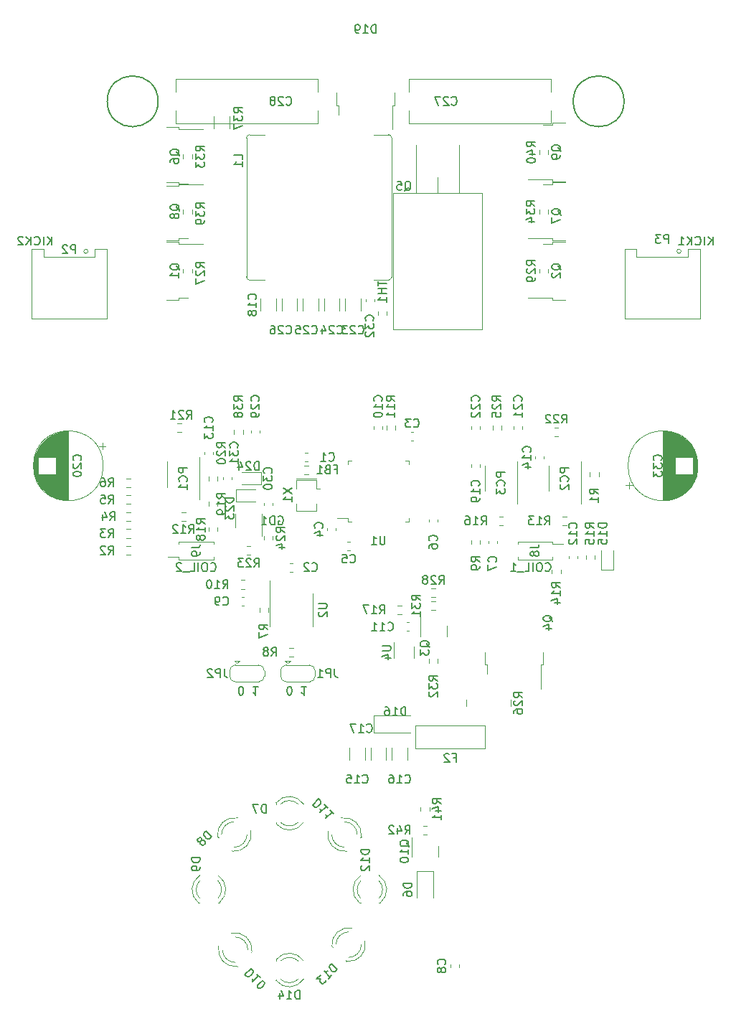
<source format=gbr>
G04 #@! TF.GenerationSoftware,KiCad,Pcbnew,(6.0.8)*
G04 #@! TF.CreationDate,2022-12-09T11:51:08+09:00*
G04 #@! TF.ProjectId,ORION_boost_v3,4f52494f-4e5f-4626-9f6f-73745f76332e,rev?*
G04 #@! TF.SameCoordinates,Original*
G04 #@! TF.FileFunction,Legend,Bot*
G04 #@! TF.FilePolarity,Positive*
%FSLAX46Y46*%
G04 Gerber Fmt 4.6, Leading zero omitted, Abs format (unit mm)*
G04 Created by KiCad (PCBNEW (6.0.8)) date 2022-12-09 11:51:08*
%MOMM*%
%LPD*%
G01*
G04 APERTURE LIST*
%ADD10C,0.150000*%
%ADD11C,0.120000*%
G04 APERTURE END LIST*
D10*
X110238095Y-123047619D02*
X110333333Y-123047619D01*
X110428571Y-123000000D01*
X110476190Y-122952380D01*
X110523809Y-122857142D01*
X110571428Y-122666666D01*
X110571428Y-122428571D01*
X110523809Y-122238095D01*
X110476190Y-122142857D01*
X110428571Y-122095238D01*
X110333333Y-122047619D01*
X110238095Y-122047619D01*
X110142857Y-122095238D01*
X110095238Y-122142857D01*
X110047619Y-122238095D01*
X110000000Y-122428571D01*
X110000000Y-122666666D01*
X110047619Y-122857142D01*
X110095238Y-122952380D01*
X110142857Y-123000000D01*
X110238095Y-123047619D01*
X112285714Y-122047619D02*
X111714285Y-122047619D01*
X112000000Y-122047619D02*
X112000000Y-123047619D01*
X111904761Y-122904761D01*
X111809523Y-122809523D01*
X111714285Y-122761904D01*
X115952380Y-123047619D02*
X116047619Y-123047619D01*
X116142857Y-123000000D01*
X116190476Y-122952380D01*
X116238095Y-122857142D01*
X116285714Y-122666666D01*
X116285714Y-122428571D01*
X116238095Y-122238095D01*
X116190476Y-122142857D01*
X116142857Y-122095238D01*
X116047619Y-122047619D01*
X115952380Y-122047619D01*
X115857142Y-122095238D01*
X115809523Y-122142857D01*
X115761904Y-122238095D01*
X115714285Y-122428571D01*
X115714285Y-122666666D01*
X115761904Y-122857142D01*
X115809523Y-122952380D01*
X115857142Y-123000000D01*
X115952380Y-123047619D01*
X118000000Y-122047619D02*
X117428571Y-122047619D01*
X117714285Y-122047619D02*
X117714285Y-123047619D01*
X117619047Y-122904761D01*
X117523809Y-122809523D01*
X117428571Y-122761904D01*
X106714285Y-108357142D02*
X106761904Y-108404761D01*
X106904761Y-108452380D01*
X107000000Y-108452380D01*
X107142857Y-108404761D01*
X107238095Y-108309523D01*
X107285714Y-108214285D01*
X107333333Y-108023809D01*
X107333333Y-107880952D01*
X107285714Y-107690476D01*
X107238095Y-107595238D01*
X107142857Y-107500000D01*
X107000000Y-107452380D01*
X106904761Y-107452380D01*
X106761904Y-107500000D01*
X106714285Y-107547619D01*
X106095238Y-107452380D02*
X105904761Y-107452380D01*
X105809523Y-107500000D01*
X105714285Y-107595238D01*
X105666666Y-107785714D01*
X105666666Y-108119047D01*
X105714285Y-108309523D01*
X105809523Y-108404761D01*
X105904761Y-108452380D01*
X106095238Y-108452380D01*
X106190476Y-108404761D01*
X106285714Y-108309523D01*
X106333333Y-108119047D01*
X106333333Y-107785714D01*
X106285714Y-107595238D01*
X106190476Y-107500000D01*
X106095238Y-107452380D01*
X105238095Y-108452380D02*
X105238095Y-107452380D01*
X104285714Y-108452380D02*
X104761904Y-108452380D01*
X104761904Y-107452380D01*
X104190476Y-108547619D02*
X103428571Y-108547619D01*
X103238095Y-107547619D02*
X103190476Y-107500000D01*
X103095238Y-107452380D01*
X102857142Y-107452380D01*
X102761904Y-107500000D01*
X102714285Y-107547619D01*
X102666666Y-107642857D01*
X102666666Y-107738095D01*
X102714285Y-107880952D01*
X103285714Y-108452380D01*
X102666666Y-108452380D01*
X146214285Y-108357142D02*
X146261904Y-108404761D01*
X146404761Y-108452380D01*
X146500000Y-108452380D01*
X146642857Y-108404761D01*
X146738095Y-108309523D01*
X146785714Y-108214285D01*
X146833333Y-108023809D01*
X146833333Y-107880952D01*
X146785714Y-107690476D01*
X146738095Y-107595238D01*
X146642857Y-107500000D01*
X146500000Y-107452380D01*
X146404761Y-107452380D01*
X146261904Y-107500000D01*
X146214285Y-107547619D01*
X145595238Y-107452380D02*
X145404761Y-107452380D01*
X145309523Y-107500000D01*
X145214285Y-107595238D01*
X145166666Y-107785714D01*
X145166666Y-108119047D01*
X145214285Y-108309523D01*
X145309523Y-108404761D01*
X145404761Y-108452380D01*
X145595238Y-108452380D01*
X145690476Y-108404761D01*
X145785714Y-108309523D01*
X145833333Y-108119047D01*
X145833333Y-107785714D01*
X145785714Y-107595238D01*
X145690476Y-107500000D01*
X145595238Y-107452380D01*
X144738095Y-108452380D02*
X144738095Y-107452380D01*
X143785714Y-108452380D02*
X144261904Y-108452380D01*
X144261904Y-107452380D01*
X143690476Y-108547619D02*
X142928571Y-108547619D01*
X142166666Y-108452380D02*
X142738095Y-108452380D01*
X142452380Y-108452380D02*
X142452380Y-107452380D01*
X142547619Y-107595238D01*
X142642857Y-107690476D01*
X142738095Y-107738095D01*
X165976190Y-69952380D02*
X165976190Y-68952380D01*
X165404761Y-69952380D02*
X165833333Y-69380952D01*
X165404761Y-68952380D02*
X165976190Y-69523809D01*
X164976190Y-69952380D02*
X164976190Y-68952380D01*
X163928571Y-69857142D02*
X163976190Y-69904761D01*
X164119047Y-69952380D01*
X164214285Y-69952380D01*
X164357142Y-69904761D01*
X164452380Y-69809523D01*
X164500000Y-69714285D01*
X164547619Y-69523809D01*
X164547619Y-69380952D01*
X164500000Y-69190476D01*
X164452380Y-69095238D01*
X164357142Y-69000000D01*
X164214285Y-68952380D01*
X164119047Y-68952380D01*
X163976190Y-69000000D01*
X163928571Y-69047619D01*
X163500000Y-69952380D02*
X163500000Y-68952380D01*
X162928571Y-69952380D02*
X163357142Y-69380952D01*
X162928571Y-68952380D02*
X163500000Y-69523809D01*
X161976190Y-69952380D02*
X162547619Y-69952380D01*
X162261904Y-69952380D02*
X162261904Y-68952380D01*
X162357142Y-69095238D01*
X162452380Y-69190476D01*
X162547619Y-69238095D01*
X87976190Y-69952380D02*
X87976190Y-68952380D01*
X87404761Y-69952380D02*
X87833333Y-69380952D01*
X87404761Y-68952380D02*
X87976190Y-69523809D01*
X86976190Y-69952380D02*
X86976190Y-68952380D01*
X85928571Y-69857142D02*
X85976190Y-69904761D01*
X86119047Y-69952380D01*
X86214285Y-69952380D01*
X86357142Y-69904761D01*
X86452380Y-69809523D01*
X86500000Y-69714285D01*
X86547619Y-69523809D01*
X86547619Y-69380952D01*
X86500000Y-69190476D01*
X86452380Y-69095238D01*
X86357142Y-69000000D01*
X86214285Y-68952380D01*
X86119047Y-68952380D01*
X85976190Y-69000000D01*
X85928571Y-69047619D01*
X85500000Y-69952380D02*
X85500000Y-68952380D01*
X84928571Y-69952380D02*
X85357142Y-69380952D01*
X84928571Y-68952380D02*
X85500000Y-69523809D01*
X84547619Y-69047619D02*
X84500000Y-69000000D01*
X84404761Y-68952380D01*
X84166666Y-68952380D01*
X84071428Y-69000000D01*
X84023809Y-69047619D01*
X83976190Y-69142857D01*
X83976190Y-69238095D01*
X84023809Y-69380952D01*
X84595238Y-69952380D01*
X83976190Y-69952380D01*
X155500000Y-53000000D02*
G75*
G03*
X155500000Y-53000000I-3000000J0D01*
G01*
X100500000Y-53000000D02*
G75*
G03*
X100500000Y-53000000I-3000000J0D01*
G01*
X91357142Y-95357142D02*
X91404761Y-95309523D01*
X91452380Y-95166666D01*
X91452380Y-95071428D01*
X91404761Y-94928571D01*
X91309523Y-94833333D01*
X91214285Y-94785714D01*
X91023809Y-94738095D01*
X90880952Y-94738095D01*
X90690476Y-94785714D01*
X90595238Y-94833333D01*
X90500000Y-94928571D01*
X90452380Y-95071428D01*
X90452380Y-95166666D01*
X90500000Y-95309523D01*
X90547619Y-95357142D01*
X90547619Y-95738095D02*
X90500000Y-95785714D01*
X90452380Y-95880952D01*
X90452380Y-96119047D01*
X90500000Y-96214285D01*
X90547619Y-96261904D01*
X90642857Y-96309523D01*
X90738095Y-96309523D01*
X90880952Y-96261904D01*
X91452380Y-95690476D01*
X91452380Y-96309523D01*
X90452380Y-96928571D02*
X90452380Y-97023809D01*
X90500000Y-97119047D01*
X90547619Y-97166666D01*
X90642857Y-97214285D01*
X90833333Y-97261904D01*
X91071428Y-97261904D01*
X91261904Y-97214285D01*
X91357142Y-97166666D01*
X91404761Y-97119047D01*
X91452380Y-97023809D01*
X91452380Y-96928571D01*
X91404761Y-96833333D01*
X91357142Y-96785714D01*
X91261904Y-96738095D01*
X91071428Y-96690476D01*
X90833333Y-96690476D01*
X90642857Y-96738095D01*
X90547619Y-96785714D01*
X90500000Y-96833333D01*
X90452380Y-96928571D01*
X108142857Y-110452380D02*
X108476190Y-109976190D01*
X108714285Y-110452380D02*
X108714285Y-109452380D01*
X108333333Y-109452380D01*
X108238095Y-109500000D01*
X108190476Y-109547619D01*
X108142857Y-109642857D01*
X108142857Y-109785714D01*
X108190476Y-109880952D01*
X108238095Y-109928571D01*
X108333333Y-109976190D01*
X108714285Y-109976190D01*
X107190476Y-110452380D02*
X107761904Y-110452380D01*
X107476190Y-110452380D02*
X107476190Y-109452380D01*
X107571428Y-109595238D01*
X107666666Y-109690476D01*
X107761904Y-109738095D01*
X106571428Y-109452380D02*
X106476190Y-109452380D01*
X106380952Y-109500000D01*
X106333333Y-109547619D01*
X106285714Y-109642857D01*
X106238095Y-109833333D01*
X106238095Y-110071428D01*
X106285714Y-110261904D01*
X106333333Y-110357142D01*
X106380952Y-110404761D01*
X106476190Y-110452380D01*
X106571428Y-110452380D01*
X106666666Y-110404761D01*
X106714285Y-110357142D01*
X106761904Y-110261904D01*
X106809523Y-110071428D01*
X106809523Y-109833333D01*
X106761904Y-109642857D01*
X106714285Y-109547619D01*
X106666666Y-109500000D01*
X106571428Y-109452380D01*
X110452380Y-54357142D02*
X109976190Y-54023809D01*
X110452380Y-53785714D02*
X109452380Y-53785714D01*
X109452380Y-54166666D01*
X109500000Y-54261904D01*
X109547619Y-54309523D01*
X109642857Y-54357142D01*
X109785714Y-54357142D01*
X109880952Y-54309523D01*
X109928571Y-54261904D01*
X109976190Y-54166666D01*
X109976190Y-53785714D01*
X109452380Y-54690476D02*
X109452380Y-55309523D01*
X109833333Y-54976190D01*
X109833333Y-55119047D01*
X109880952Y-55214285D01*
X109928571Y-55261904D01*
X110023809Y-55309523D01*
X110261904Y-55309523D01*
X110357142Y-55261904D01*
X110404761Y-55214285D01*
X110452380Y-55119047D01*
X110452380Y-54833333D01*
X110404761Y-54738095D01*
X110357142Y-54690476D01*
X109452380Y-55642857D02*
X109452380Y-56309523D01*
X110452380Y-55880952D01*
X104452380Y-105666666D02*
X105166666Y-105666666D01*
X105309523Y-105619047D01*
X105404761Y-105523809D01*
X105452380Y-105380952D01*
X105452380Y-105285714D01*
X105452380Y-106190476D02*
X105452380Y-106380952D01*
X105404761Y-106476190D01*
X105357142Y-106523809D01*
X105214285Y-106619047D01*
X105023809Y-106666666D01*
X104642857Y-106666666D01*
X104547619Y-106619047D01*
X104500000Y-106571428D01*
X104452380Y-106476190D01*
X104452380Y-106285714D01*
X104500000Y-106190476D01*
X104547619Y-106142857D01*
X104642857Y-106095238D01*
X104880952Y-106095238D01*
X104976190Y-106142857D01*
X105023809Y-106190476D01*
X105071428Y-106285714D01*
X105071428Y-106476190D01*
X105023809Y-106571428D01*
X104976190Y-106619047D01*
X104880952Y-106666666D01*
X103047619Y-72904761D02*
X103000000Y-72809523D01*
X102904761Y-72714285D01*
X102761904Y-72571428D01*
X102714285Y-72476190D01*
X102714285Y-72380952D01*
X102952380Y-72428571D02*
X102904761Y-72333333D01*
X102809523Y-72238095D01*
X102619047Y-72190476D01*
X102285714Y-72190476D01*
X102095238Y-72238095D01*
X102000000Y-72333333D01*
X101952380Y-72428571D01*
X101952380Y-72619047D01*
X102000000Y-72714285D01*
X102095238Y-72809523D01*
X102285714Y-72857142D01*
X102619047Y-72857142D01*
X102809523Y-72809523D01*
X102904761Y-72714285D01*
X102952380Y-72619047D01*
X102952380Y-72428571D01*
X102952380Y-73809523D02*
X102952380Y-73238095D01*
X102952380Y-73523809D02*
X101952380Y-73523809D01*
X102095238Y-73428571D01*
X102190476Y-73333333D01*
X102238095Y-73238095D01*
X108333333Y-119952380D02*
X108333333Y-120666666D01*
X108380952Y-120809523D01*
X108476190Y-120904761D01*
X108619047Y-120952380D01*
X108714285Y-120952380D01*
X107857142Y-120952380D02*
X107857142Y-119952380D01*
X107476190Y-119952380D01*
X107380952Y-120000000D01*
X107333333Y-120047619D01*
X107285714Y-120142857D01*
X107285714Y-120285714D01*
X107333333Y-120380952D01*
X107380952Y-120428571D01*
X107476190Y-120476190D01*
X107857142Y-120476190D01*
X106904761Y-120047619D02*
X106857142Y-120000000D01*
X106761904Y-119952380D01*
X106523809Y-119952380D01*
X106428571Y-120000000D01*
X106380952Y-120047619D01*
X106333333Y-120142857D01*
X106333333Y-120238095D01*
X106380952Y-120380952D01*
X106952380Y-120952380D01*
X106333333Y-120952380D01*
X94666666Y-104452380D02*
X95000000Y-103976190D01*
X95238095Y-104452380D02*
X95238095Y-103452380D01*
X94857142Y-103452380D01*
X94761904Y-103500000D01*
X94714285Y-103547619D01*
X94666666Y-103642857D01*
X94666666Y-103785714D01*
X94714285Y-103880952D01*
X94761904Y-103928571D01*
X94857142Y-103976190D01*
X95238095Y-103976190D01*
X94333333Y-103452380D02*
X93714285Y-103452380D01*
X94047619Y-103833333D01*
X93904761Y-103833333D01*
X93809523Y-103880952D01*
X93761904Y-103928571D01*
X93714285Y-104023809D01*
X93714285Y-104261904D01*
X93761904Y-104357142D01*
X93809523Y-104404761D01*
X93904761Y-104452380D01*
X94190476Y-104452380D01*
X94285714Y-104404761D01*
X94333333Y-104357142D01*
X120666666Y-95357142D02*
X120714285Y-95404761D01*
X120857142Y-95452380D01*
X120952380Y-95452380D01*
X121095238Y-95404761D01*
X121190476Y-95309523D01*
X121238095Y-95214285D01*
X121285714Y-95023809D01*
X121285714Y-94880952D01*
X121238095Y-94690476D01*
X121190476Y-94595238D01*
X121095238Y-94500000D01*
X120952380Y-94452380D01*
X120857142Y-94452380D01*
X120714285Y-94500000D01*
X120666666Y-94547619D01*
X119714285Y-95452380D02*
X120285714Y-95452380D01*
X120000000Y-95452380D02*
X120000000Y-94452380D01*
X120095238Y-94595238D01*
X120190476Y-94690476D01*
X120285714Y-94738095D01*
X159857142Y-95357142D02*
X159904761Y-95309523D01*
X159952380Y-95166666D01*
X159952380Y-95071428D01*
X159904761Y-94928571D01*
X159809523Y-94833333D01*
X159714285Y-94785714D01*
X159523809Y-94738095D01*
X159380952Y-94738095D01*
X159190476Y-94785714D01*
X159095238Y-94833333D01*
X159000000Y-94928571D01*
X158952380Y-95071428D01*
X158952380Y-95166666D01*
X159000000Y-95309523D01*
X159047619Y-95357142D01*
X158952380Y-95690476D02*
X158952380Y-96309523D01*
X159333333Y-95976190D01*
X159333333Y-96119047D01*
X159380952Y-96214285D01*
X159428571Y-96261904D01*
X159523809Y-96309523D01*
X159761904Y-96309523D01*
X159857142Y-96261904D01*
X159904761Y-96214285D01*
X159952380Y-96119047D01*
X159952380Y-95833333D01*
X159904761Y-95738095D01*
X159857142Y-95690476D01*
X158952380Y-96642857D02*
X158952380Y-97261904D01*
X159333333Y-96928571D01*
X159333333Y-97071428D01*
X159380952Y-97166666D01*
X159428571Y-97214285D01*
X159523809Y-97261904D01*
X159761904Y-97261904D01*
X159857142Y-97214285D01*
X159904761Y-97166666D01*
X159952380Y-97071428D01*
X159952380Y-96785714D01*
X159904761Y-96690476D01*
X159857142Y-96642857D01*
X138452380Y-107333333D02*
X137976190Y-107000000D01*
X138452380Y-106761904D02*
X137452380Y-106761904D01*
X137452380Y-107142857D01*
X137500000Y-107238095D01*
X137547619Y-107285714D01*
X137642857Y-107333333D01*
X137785714Y-107333333D01*
X137880952Y-107285714D01*
X137928571Y-107238095D01*
X137976190Y-107142857D01*
X137976190Y-106761904D01*
X138452380Y-107809523D02*
X138452380Y-108000000D01*
X138404761Y-108095238D01*
X138357142Y-108142857D01*
X138214285Y-108238095D01*
X138023809Y-108285714D01*
X137642857Y-108285714D01*
X137547619Y-108238095D01*
X137500000Y-108190476D01*
X137452380Y-108095238D01*
X137452380Y-107904761D01*
X137500000Y-107809523D01*
X137547619Y-107761904D01*
X137642857Y-107714285D01*
X137880952Y-107714285D01*
X137976190Y-107761904D01*
X138023809Y-107809523D01*
X138071428Y-107904761D01*
X138071428Y-108095238D01*
X138023809Y-108190476D01*
X137976190Y-108238095D01*
X137880952Y-108285714D01*
X104142857Y-103952380D02*
X104476190Y-103476190D01*
X104714285Y-103952380D02*
X104714285Y-102952380D01*
X104333333Y-102952380D01*
X104238095Y-103000000D01*
X104190476Y-103047619D01*
X104142857Y-103142857D01*
X104142857Y-103285714D01*
X104190476Y-103380952D01*
X104238095Y-103428571D01*
X104333333Y-103476190D01*
X104714285Y-103476190D01*
X103190476Y-103952380D02*
X103761904Y-103952380D01*
X103476190Y-103952380D02*
X103476190Y-102952380D01*
X103571428Y-103095238D01*
X103666666Y-103190476D01*
X103761904Y-103238095D01*
X102809523Y-103047619D02*
X102761904Y-103000000D01*
X102666666Y-102952380D01*
X102428571Y-102952380D01*
X102333333Y-103000000D01*
X102285714Y-103047619D01*
X102238095Y-103142857D01*
X102238095Y-103238095D01*
X102285714Y-103380952D01*
X102857142Y-103952380D01*
X102238095Y-103952380D01*
X114714285Y-102000000D02*
X114809523Y-101952380D01*
X114952380Y-101952380D01*
X115095238Y-102000000D01*
X115190476Y-102095238D01*
X115238095Y-102190476D01*
X115285714Y-102380952D01*
X115285714Y-102523809D01*
X115238095Y-102714285D01*
X115190476Y-102809523D01*
X115095238Y-102904761D01*
X114952380Y-102952380D01*
X114857142Y-102952380D01*
X114714285Y-102904761D01*
X114666666Y-102857142D01*
X114666666Y-102523809D01*
X114857142Y-102523809D01*
X114238095Y-102952380D02*
X114238095Y-101952380D01*
X114000000Y-101952380D01*
X113857142Y-102000000D01*
X113761904Y-102095238D01*
X113714285Y-102190476D01*
X113666666Y-102380952D01*
X113666666Y-102523809D01*
X113714285Y-102714285D01*
X113761904Y-102809523D01*
X113857142Y-102904761D01*
X114000000Y-102952380D01*
X114238095Y-102952380D01*
X112714285Y-102952380D02*
X113285714Y-102952380D01*
X113000000Y-102952380D02*
X113000000Y-101952380D01*
X113095238Y-102095238D01*
X113190476Y-102190476D01*
X113285714Y-102238095D01*
X108452380Y-99857142D02*
X107976190Y-99523809D01*
X108452380Y-99285714D02*
X107452380Y-99285714D01*
X107452380Y-99666666D01*
X107500000Y-99761904D01*
X107547619Y-99809523D01*
X107642857Y-99857142D01*
X107785714Y-99857142D01*
X107880952Y-99809523D01*
X107928571Y-99761904D01*
X107976190Y-99666666D01*
X107976190Y-99285714D01*
X108452380Y-100809523D02*
X108452380Y-100238095D01*
X108452380Y-100523809D02*
X107452380Y-100523809D01*
X107595238Y-100428571D01*
X107690476Y-100333333D01*
X107738095Y-100238095D01*
X108452380Y-101285714D02*
X108452380Y-101476190D01*
X108404761Y-101571428D01*
X108357142Y-101619047D01*
X108214285Y-101714285D01*
X108023809Y-101761904D01*
X107642857Y-101761904D01*
X107547619Y-101714285D01*
X107500000Y-101666666D01*
X107452380Y-101571428D01*
X107452380Y-101380952D01*
X107500000Y-101285714D01*
X107547619Y-101238095D01*
X107642857Y-101190476D01*
X107880952Y-101190476D01*
X107976190Y-101238095D01*
X108023809Y-101285714D01*
X108071428Y-101380952D01*
X108071428Y-101571428D01*
X108023809Y-101666666D01*
X107976190Y-101714285D01*
X107880952Y-101761904D01*
X94841666Y-102452380D02*
X95175000Y-101976190D01*
X95413095Y-102452380D02*
X95413095Y-101452380D01*
X95032142Y-101452380D01*
X94936904Y-101500000D01*
X94889285Y-101547619D01*
X94841666Y-101642857D01*
X94841666Y-101785714D01*
X94889285Y-101880952D01*
X94936904Y-101928571D01*
X95032142Y-101976190D01*
X95413095Y-101976190D01*
X93984523Y-101785714D02*
X93984523Y-102452380D01*
X94222619Y-101404761D02*
X94460714Y-102119047D01*
X93841666Y-102119047D01*
X111842857Y-107952380D02*
X112176190Y-107476190D01*
X112414285Y-107952380D02*
X112414285Y-106952380D01*
X112033333Y-106952380D01*
X111938095Y-107000000D01*
X111890476Y-107047619D01*
X111842857Y-107142857D01*
X111842857Y-107285714D01*
X111890476Y-107380952D01*
X111938095Y-107428571D01*
X112033333Y-107476190D01*
X112414285Y-107476190D01*
X111461904Y-107047619D02*
X111414285Y-107000000D01*
X111319047Y-106952380D01*
X111080952Y-106952380D01*
X110985714Y-107000000D01*
X110938095Y-107047619D01*
X110890476Y-107142857D01*
X110890476Y-107238095D01*
X110938095Y-107380952D01*
X111509523Y-107952380D01*
X110890476Y-107952380D01*
X110557142Y-106952380D02*
X109938095Y-106952380D01*
X110271428Y-107333333D01*
X110128571Y-107333333D01*
X110033333Y-107380952D01*
X109985714Y-107428571D01*
X109938095Y-107523809D01*
X109938095Y-107761904D01*
X109985714Y-107857142D01*
X110033333Y-107904761D01*
X110128571Y-107952380D01*
X110414285Y-107952380D01*
X110509523Y-107904761D01*
X110557142Y-107857142D01*
X133357142Y-104833333D02*
X133404761Y-104785714D01*
X133452380Y-104642857D01*
X133452380Y-104547619D01*
X133404761Y-104404761D01*
X133309523Y-104309523D01*
X133214285Y-104261904D01*
X133023809Y-104214285D01*
X132880952Y-104214285D01*
X132690476Y-104261904D01*
X132595238Y-104309523D01*
X132500000Y-104404761D01*
X132452380Y-104547619D01*
X132452380Y-104642857D01*
X132500000Y-104785714D01*
X132547619Y-104833333D01*
X132452380Y-105690476D02*
X132452380Y-105500000D01*
X132500000Y-105404761D01*
X132547619Y-105357142D01*
X132690476Y-105261904D01*
X132880952Y-105214285D01*
X133261904Y-105214285D01*
X133357142Y-105261904D01*
X133404761Y-105309523D01*
X133452380Y-105404761D01*
X133452380Y-105595238D01*
X133404761Y-105690476D01*
X133357142Y-105738095D01*
X133261904Y-105785714D01*
X133023809Y-105785714D01*
X132928571Y-105738095D01*
X132880952Y-105690476D01*
X132833333Y-105595238D01*
X132833333Y-105404761D01*
X132880952Y-105309523D01*
X132928571Y-105261904D01*
X133023809Y-105214285D01*
X126642857Y-113452380D02*
X126976190Y-112976190D01*
X127214285Y-113452380D02*
X127214285Y-112452380D01*
X126833333Y-112452380D01*
X126738095Y-112500000D01*
X126690476Y-112547619D01*
X126642857Y-112642857D01*
X126642857Y-112785714D01*
X126690476Y-112880952D01*
X126738095Y-112928571D01*
X126833333Y-112976190D01*
X127214285Y-112976190D01*
X125690476Y-113452380D02*
X126261904Y-113452380D01*
X125976190Y-113452380D02*
X125976190Y-112452380D01*
X126071428Y-112595238D01*
X126166666Y-112690476D01*
X126261904Y-112738095D01*
X125357142Y-112452380D02*
X124690476Y-112452380D01*
X125119047Y-113452380D01*
X90738095Y-70952380D02*
X90738095Y-69952380D01*
X90357142Y-69952380D01*
X90261904Y-70000000D01*
X90214285Y-70047619D01*
X90166666Y-70142857D01*
X90166666Y-70285714D01*
X90214285Y-70380952D01*
X90261904Y-70428571D01*
X90357142Y-70476190D01*
X90738095Y-70476190D01*
X89785714Y-70047619D02*
X89738095Y-70000000D01*
X89642857Y-69952380D01*
X89404761Y-69952380D01*
X89309523Y-70000000D01*
X89261904Y-70047619D01*
X89214285Y-70142857D01*
X89214285Y-70238095D01*
X89261904Y-70380952D01*
X89833333Y-70952380D01*
X89214285Y-70952380D01*
X106841793Y-139797969D02*
X106134687Y-139090862D01*
X105966328Y-139259221D01*
X105898984Y-139393908D01*
X105898984Y-139528595D01*
X105932656Y-139629610D01*
X106033671Y-139797969D01*
X106134687Y-139898984D01*
X106303045Y-140000000D01*
X106404061Y-140033671D01*
X106538748Y-140033671D01*
X106673435Y-139966328D01*
X106841793Y-139797969D01*
X105629610Y-140202030D02*
X105663282Y-140101015D01*
X105663282Y-140033671D01*
X105629610Y-139932656D01*
X105595938Y-139898984D01*
X105494923Y-139865312D01*
X105427580Y-139865312D01*
X105326564Y-139898984D01*
X105191877Y-140033671D01*
X105158206Y-140134687D01*
X105158206Y-140202030D01*
X105191877Y-140303045D01*
X105225549Y-140336717D01*
X105326564Y-140370389D01*
X105393908Y-140370389D01*
X105494923Y-140336717D01*
X105629610Y-140202030D01*
X105730625Y-140168358D01*
X105797969Y-140168358D01*
X105898984Y-140202030D01*
X106033671Y-140336717D01*
X106067343Y-140437732D01*
X106067343Y-140505076D01*
X106033671Y-140606091D01*
X105898984Y-140740778D01*
X105797969Y-140774450D01*
X105730625Y-140774450D01*
X105629610Y-140740778D01*
X105494923Y-140606091D01*
X105461251Y-140505076D01*
X105461251Y-140437732D01*
X105494923Y-140336717D01*
X124642857Y-133357142D02*
X124690476Y-133404761D01*
X124833333Y-133452380D01*
X124928571Y-133452380D01*
X125071428Y-133404761D01*
X125166666Y-133309523D01*
X125214285Y-133214285D01*
X125261904Y-133023809D01*
X125261904Y-132880952D01*
X125214285Y-132690476D01*
X125166666Y-132595238D01*
X125071428Y-132500000D01*
X124928571Y-132452380D01*
X124833333Y-132452380D01*
X124690476Y-132500000D01*
X124642857Y-132547619D01*
X123690476Y-133452380D02*
X124261904Y-133452380D01*
X123976190Y-133452380D02*
X123976190Y-132452380D01*
X124071428Y-132595238D01*
X124166666Y-132690476D01*
X124261904Y-132738095D01*
X122785714Y-132452380D02*
X123261904Y-132452380D01*
X123309523Y-132928571D01*
X123261904Y-132880952D01*
X123166666Y-132833333D01*
X122928571Y-132833333D01*
X122833333Y-132880952D01*
X122785714Y-132928571D01*
X122738095Y-133023809D01*
X122738095Y-133261904D01*
X122785714Y-133357142D01*
X122833333Y-133404761D01*
X122928571Y-133452380D01*
X123166666Y-133452380D01*
X123261904Y-133404761D01*
X123309523Y-133357142D01*
X147952380Y-110357142D02*
X147476190Y-110023809D01*
X147952380Y-109785714D02*
X146952380Y-109785714D01*
X146952380Y-110166666D01*
X147000000Y-110261904D01*
X147047619Y-110309523D01*
X147142857Y-110357142D01*
X147285714Y-110357142D01*
X147380952Y-110309523D01*
X147428571Y-110261904D01*
X147476190Y-110166666D01*
X147476190Y-109785714D01*
X147952380Y-111309523D02*
X147952380Y-110738095D01*
X147952380Y-111023809D02*
X146952380Y-111023809D01*
X147095238Y-110928571D01*
X147190476Y-110833333D01*
X147238095Y-110738095D01*
X147285714Y-112166666D02*
X147952380Y-112166666D01*
X146904761Y-111928571D02*
X147619047Y-111690476D01*
X147619047Y-112309523D01*
X119461251Y-135321488D02*
X118754145Y-136028595D01*
X118922503Y-136196954D01*
X119057190Y-136264297D01*
X119191877Y-136264297D01*
X119292893Y-136230625D01*
X119461251Y-136129610D01*
X119562267Y-136028595D01*
X119663282Y-135860236D01*
X119696954Y-135759221D01*
X119696954Y-135624534D01*
X119629610Y-135489847D01*
X119461251Y-135321488D01*
X120538748Y-136398984D02*
X120134687Y-135994923D01*
X120336717Y-136196954D02*
X119629610Y-136904061D01*
X119663282Y-136735702D01*
X119663282Y-136601015D01*
X119629610Y-136500000D01*
X121212183Y-137072419D02*
X120808122Y-136668358D01*
X121010152Y-136870389D02*
X120303045Y-137577496D01*
X120336717Y-137409137D01*
X120336717Y-137274450D01*
X120303045Y-137173435D01*
X140357142Y-107333333D02*
X140404761Y-107285714D01*
X140452380Y-107142857D01*
X140452380Y-107047619D01*
X140404761Y-106904761D01*
X140309523Y-106809523D01*
X140214285Y-106761904D01*
X140023809Y-106714285D01*
X139880952Y-106714285D01*
X139690476Y-106761904D01*
X139595238Y-106809523D01*
X139500000Y-106904761D01*
X139452380Y-107047619D01*
X139452380Y-107142857D01*
X139500000Y-107285714D01*
X139547619Y-107333333D01*
X139452380Y-107666666D02*
X139452380Y-108333333D01*
X140452380Y-107904761D01*
X127642857Y-115357142D02*
X127690476Y-115404761D01*
X127833333Y-115452380D01*
X127928571Y-115452380D01*
X128071428Y-115404761D01*
X128166666Y-115309523D01*
X128214285Y-115214285D01*
X128261904Y-115023809D01*
X128261904Y-114880952D01*
X128214285Y-114690476D01*
X128166666Y-114595238D01*
X128071428Y-114500000D01*
X127928571Y-114452380D01*
X127833333Y-114452380D01*
X127690476Y-114500000D01*
X127642857Y-114547619D01*
X126690476Y-115452380D02*
X127261904Y-115452380D01*
X126976190Y-115452380D02*
X126976190Y-114452380D01*
X127071428Y-114595238D01*
X127166666Y-114690476D01*
X127261904Y-114738095D01*
X125738095Y-115452380D02*
X126309523Y-115452380D01*
X126023809Y-115452380D02*
X126023809Y-114452380D01*
X126119047Y-114595238D01*
X126214285Y-114690476D01*
X126309523Y-114738095D01*
X148047619Y-58904761D02*
X148000000Y-58809523D01*
X147904761Y-58714285D01*
X147761904Y-58571428D01*
X147714285Y-58476190D01*
X147714285Y-58380952D01*
X147952380Y-58428571D02*
X147904761Y-58333333D01*
X147809523Y-58238095D01*
X147619047Y-58190476D01*
X147285714Y-58190476D01*
X147095238Y-58238095D01*
X147000000Y-58333333D01*
X146952380Y-58428571D01*
X146952380Y-58619047D01*
X147000000Y-58714285D01*
X147095238Y-58809523D01*
X147285714Y-58857142D01*
X147619047Y-58857142D01*
X147809523Y-58809523D01*
X147904761Y-58714285D01*
X147952380Y-58619047D01*
X147952380Y-58428571D01*
X147952380Y-59333333D02*
X147952380Y-59523809D01*
X147904761Y-59619047D01*
X147857142Y-59666666D01*
X147714285Y-59761904D01*
X147523809Y-59809523D01*
X147142857Y-59809523D01*
X147047619Y-59761904D01*
X147000000Y-59714285D01*
X146952380Y-59619047D01*
X146952380Y-59428571D01*
X147000000Y-59333333D01*
X147047619Y-59285714D01*
X147142857Y-59238095D01*
X147380952Y-59238095D01*
X147476190Y-59285714D01*
X147523809Y-59333333D01*
X147571428Y-59428571D01*
X147571428Y-59619047D01*
X147523809Y-59714285D01*
X147476190Y-59761904D01*
X147380952Y-59809523D01*
X128452380Y-88357142D02*
X127976190Y-88023809D01*
X128452380Y-87785714D02*
X127452380Y-87785714D01*
X127452380Y-88166666D01*
X127500000Y-88261904D01*
X127547619Y-88309523D01*
X127642857Y-88357142D01*
X127785714Y-88357142D01*
X127880952Y-88309523D01*
X127928571Y-88261904D01*
X127976190Y-88166666D01*
X127976190Y-87785714D01*
X128452380Y-89309523D02*
X128452380Y-88738095D01*
X128452380Y-89023809D02*
X127452380Y-89023809D01*
X127595238Y-88928571D01*
X127690476Y-88833333D01*
X127738095Y-88738095D01*
X128452380Y-90261904D02*
X128452380Y-89690476D01*
X128452380Y-89976190D02*
X127452380Y-89976190D01*
X127595238Y-89880952D01*
X127690476Y-89785714D01*
X127738095Y-89690476D01*
X130666666Y-91357142D02*
X130714285Y-91404761D01*
X130857142Y-91452380D01*
X130952380Y-91452380D01*
X131095238Y-91404761D01*
X131190476Y-91309523D01*
X131238095Y-91214285D01*
X131285714Y-91023809D01*
X131285714Y-90880952D01*
X131238095Y-90690476D01*
X131190476Y-90595238D01*
X131095238Y-90500000D01*
X130952380Y-90452380D01*
X130857142Y-90452380D01*
X130714285Y-90500000D01*
X130666666Y-90547619D01*
X130333333Y-90452380D02*
X129714285Y-90452380D01*
X130047619Y-90833333D01*
X129904761Y-90833333D01*
X129809523Y-90880952D01*
X129761904Y-90928571D01*
X129714285Y-91023809D01*
X129714285Y-91261904D01*
X129761904Y-91357142D01*
X129809523Y-91404761D01*
X129904761Y-91452380D01*
X130190476Y-91452380D01*
X130285714Y-91404761D01*
X130333333Y-91357142D01*
X133642857Y-109952380D02*
X133976190Y-109476190D01*
X134214285Y-109952380D02*
X134214285Y-108952380D01*
X133833333Y-108952380D01*
X133738095Y-109000000D01*
X133690476Y-109047619D01*
X133642857Y-109142857D01*
X133642857Y-109285714D01*
X133690476Y-109380952D01*
X133738095Y-109428571D01*
X133833333Y-109476190D01*
X134214285Y-109476190D01*
X133261904Y-109047619D02*
X133214285Y-109000000D01*
X133119047Y-108952380D01*
X132880952Y-108952380D01*
X132785714Y-109000000D01*
X132738095Y-109047619D01*
X132690476Y-109142857D01*
X132690476Y-109238095D01*
X132738095Y-109380952D01*
X133309523Y-109952380D01*
X132690476Y-109952380D01*
X132119047Y-109380952D02*
X132214285Y-109333333D01*
X132261904Y-109285714D01*
X132309523Y-109190476D01*
X132309523Y-109142857D01*
X132261904Y-109047619D01*
X132214285Y-109000000D01*
X132119047Y-108952380D01*
X131928571Y-108952380D01*
X131833333Y-109000000D01*
X131785714Y-109047619D01*
X131738095Y-109142857D01*
X131738095Y-109190476D01*
X131785714Y-109285714D01*
X131833333Y-109333333D01*
X131928571Y-109380952D01*
X132119047Y-109380952D01*
X132214285Y-109428571D01*
X132261904Y-109476190D01*
X132309523Y-109571428D01*
X132309523Y-109761904D01*
X132261904Y-109857142D01*
X132214285Y-109904761D01*
X132119047Y-109952380D01*
X131928571Y-109952380D01*
X131833333Y-109904761D01*
X131785714Y-109857142D01*
X131738095Y-109761904D01*
X131738095Y-109571428D01*
X131785714Y-109476190D01*
X131833333Y-109428571D01*
X131928571Y-109380952D01*
X105952380Y-65594400D02*
X105476190Y-65261067D01*
X105952380Y-65022972D02*
X104952380Y-65022972D01*
X104952380Y-65403924D01*
X105000000Y-65499162D01*
X105047619Y-65546781D01*
X105142857Y-65594400D01*
X105285714Y-65594400D01*
X105380952Y-65546781D01*
X105428571Y-65499162D01*
X105476190Y-65403924D01*
X105476190Y-65022972D01*
X104952380Y-65927734D02*
X104952380Y-66546781D01*
X105333333Y-66213448D01*
X105333333Y-66356305D01*
X105380952Y-66451543D01*
X105428571Y-66499162D01*
X105523809Y-66546781D01*
X105761904Y-66546781D01*
X105857142Y-66499162D01*
X105904761Y-66451543D01*
X105952380Y-66356305D01*
X105952380Y-66070591D01*
X105904761Y-65975353D01*
X105857142Y-65927734D01*
X105952380Y-67022972D02*
X105952380Y-67213448D01*
X105904761Y-67308686D01*
X105857142Y-67356305D01*
X105714285Y-67451543D01*
X105523809Y-67499162D01*
X105142857Y-67499162D01*
X105047619Y-67451543D01*
X105000000Y-67403924D01*
X104952380Y-67308686D01*
X104952380Y-67118210D01*
X105000000Y-67022972D01*
X105047619Y-66975353D01*
X105142857Y-66927734D01*
X105380952Y-66927734D01*
X105476190Y-66975353D01*
X105523809Y-67022972D01*
X105571428Y-67118210D01*
X105571428Y-67308686D01*
X105523809Y-67403924D01*
X105476190Y-67451543D01*
X105380952Y-67499162D01*
X133452380Y-121357142D02*
X132976190Y-121023809D01*
X133452380Y-120785714D02*
X132452380Y-120785714D01*
X132452380Y-121166666D01*
X132500000Y-121261904D01*
X132547619Y-121309523D01*
X132642857Y-121357142D01*
X132785714Y-121357142D01*
X132880952Y-121309523D01*
X132928571Y-121261904D01*
X132976190Y-121166666D01*
X132976190Y-120785714D01*
X132452380Y-121690476D02*
X132452380Y-122309523D01*
X132833333Y-121976190D01*
X132833333Y-122119047D01*
X132880952Y-122214285D01*
X132928571Y-122261904D01*
X133023809Y-122309523D01*
X133261904Y-122309523D01*
X133357142Y-122261904D01*
X133404761Y-122214285D01*
X133452380Y-122119047D01*
X133452380Y-121833333D01*
X133404761Y-121738095D01*
X133357142Y-121690476D01*
X132547619Y-122690476D02*
X132500000Y-122738095D01*
X132452380Y-122833333D01*
X132452380Y-123071428D01*
X132500000Y-123166666D01*
X132547619Y-123214285D01*
X132642857Y-123261904D01*
X132738095Y-123261904D01*
X132880952Y-123214285D01*
X133452380Y-122642857D01*
X133452380Y-123261904D01*
X125857142Y-78857142D02*
X125904761Y-78809523D01*
X125952380Y-78666666D01*
X125952380Y-78571428D01*
X125904761Y-78428571D01*
X125809523Y-78333333D01*
X125714285Y-78285714D01*
X125523809Y-78238095D01*
X125380952Y-78238095D01*
X125190476Y-78285714D01*
X125095238Y-78333333D01*
X125000000Y-78428571D01*
X124952380Y-78571428D01*
X124952380Y-78666666D01*
X125000000Y-78809523D01*
X125047619Y-78857142D01*
X124952380Y-79190476D02*
X124952380Y-79809523D01*
X125333333Y-79476190D01*
X125333333Y-79619047D01*
X125380952Y-79714285D01*
X125428571Y-79761904D01*
X125523809Y-79809523D01*
X125761904Y-79809523D01*
X125857142Y-79761904D01*
X125904761Y-79714285D01*
X125952380Y-79619047D01*
X125952380Y-79333333D01*
X125904761Y-79238095D01*
X125857142Y-79190476D01*
X125047619Y-80190476D02*
X125000000Y-80238095D01*
X124952380Y-80333333D01*
X124952380Y-80571428D01*
X125000000Y-80666666D01*
X125047619Y-80714285D01*
X125142857Y-80761904D01*
X125238095Y-80761904D01*
X125380952Y-80714285D01*
X125952380Y-80142857D01*
X125952380Y-80761904D01*
X130452380Y-145261904D02*
X129452380Y-145261904D01*
X129452380Y-145500000D01*
X129500000Y-145642857D01*
X129595238Y-145738095D01*
X129690476Y-145785714D01*
X129880952Y-145833333D01*
X130023809Y-145833333D01*
X130214285Y-145785714D01*
X130309523Y-145738095D01*
X130404761Y-145642857D01*
X130452380Y-145500000D01*
X130452380Y-145261904D01*
X129452380Y-146690476D02*
X129452380Y-146500000D01*
X129500000Y-146404761D01*
X129547619Y-146357142D01*
X129690476Y-146261904D01*
X129880952Y-146214285D01*
X130261904Y-146214285D01*
X130357142Y-146261904D01*
X130404761Y-146309523D01*
X130452380Y-146404761D01*
X130452380Y-146595238D01*
X130404761Y-146690476D01*
X130357142Y-146738095D01*
X130261904Y-146785714D01*
X130023809Y-146785714D01*
X129928571Y-146738095D01*
X129880952Y-146690476D01*
X129833333Y-146595238D01*
X129833333Y-146404761D01*
X129880952Y-146309523D01*
X129928571Y-146261904D01*
X130023809Y-146214285D01*
X94666666Y-100452380D02*
X95000000Y-99976190D01*
X95238095Y-100452380D02*
X95238095Y-99452380D01*
X94857142Y-99452380D01*
X94761904Y-99500000D01*
X94714285Y-99547619D01*
X94666666Y-99642857D01*
X94666666Y-99785714D01*
X94714285Y-99880952D01*
X94761904Y-99928571D01*
X94857142Y-99976190D01*
X95238095Y-99976190D01*
X93761904Y-99452380D02*
X94238095Y-99452380D01*
X94285714Y-99928571D01*
X94238095Y-99880952D01*
X94142857Y-99833333D01*
X93904761Y-99833333D01*
X93809523Y-99880952D01*
X93761904Y-99928571D01*
X93714285Y-100023809D01*
X93714285Y-100261904D01*
X93761904Y-100357142D01*
X93809523Y-100404761D01*
X93904761Y-100452380D01*
X94142857Y-100452380D01*
X94238095Y-100404761D01*
X94285714Y-100357142D01*
X126952380Y-117238095D02*
X127761904Y-117238095D01*
X127857142Y-117285714D01*
X127904761Y-117333333D01*
X127952380Y-117428571D01*
X127952380Y-117619047D01*
X127904761Y-117714285D01*
X127857142Y-117761904D01*
X127761904Y-117809523D01*
X126952380Y-117809523D01*
X127285714Y-118714285D02*
X127952380Y-118714285D01*
X126904761Y-118476190D02*
X127619047Y-118238095D01*
X127619047Y-118857142D01*
X145022380Y-72357142D02*
X144546190Y-72023809D01*
X145022380Y-71785714D02*
X144022380Y-71785714D01*
X144022380Y-72166666D01*
X144070000Y-72261904D01*
X144117619Y-72309523D01*
X144212857Y-72357142D01*
X144355714Y-72357142D01*
X144450952Y-72309523D01*
X144498571Y-72261904D01*
X144546190Y-72166666D01*
X144546190Y-71785714D01*
X144117619Y-72738095D02*
X144070000Y-72785714D01*
X144022380Y-72880952D01*
X144022380Y-73119047D01*
X144070000Y-73214285D01*
X144117619Y-73261904D01*
X144212857Y-73309523D01*
X144308095Y-73309523D01*
X144450952Y-73261904D01*
X145022380Y-72690476D01*
X145022380Y-73309523D01*
X145022380Y-73785714D02*
X145022380Y-73976190D01*
X144974761Y-74071428D01*
X144927142Y-74119047D01*
X144784285Y-74214285D01*
X144593809Y-74261904D01*
X144212857Y-74261904D01*
X144117619Y-74214285D01*
X144070000Y-74166666D01*
X144022380Y-74071428D01*
X144022380Y-73880952D01*
X144070000Y-73785714D01*
X144117619Y-73738095D01*
X144212857Y-73690476D01*
X144450952Y-73690476D01*
X144546190Y-73738095D01*
X144593809Y-73785714D01*
X144641428Y-73880952D01*
X144641428Y-74071428D01*
X144593809Y-74166666D01*
X144546190Y-74214285D01*
X144450952Y-74261904D01*
X140952380Y-88357142D02*
X140476190Y-88023809D01*
X140952380Y-87785714D02*
X139952380Y-87785714D01*
X139952380Y-88166666D01*
X140000000Y-88261904D01*
X140047619Y-88309523D01*
X140142857Y-88357142D01*
X140285714Y-88357142D01*
X140380952Y-88309523D01*
X140428571Y-88261904D01*
X140476190Y-88166666D01*
X140476190Y-87785714D01*
X140047619Y-88738095D02*
X140000000Y-88785714D01*
X139952380Y-88880952D01*
X139952380Y-89119047D01*
X140000000Y-89214285D01*
X140047619Y-89261904D01*
X140142857Y-89309523D01*
X140238095Y-89309523D01*
X140380952Y-89261904D01*
X140952380Y-88690476D01*
X140952380Y-89309523D01*
X139952380Y-90214285D02*
X139952380Y-89738095D01*
X140428571Y-89690476D01*
X140380952Y-89738095D01*
X140333333Y-89833333D01*
X140333333Y-90071428D01*
X140380952Y-90166666D01*
X140428571Y-90214285D01*
X140523809Y-90261904D01*
X140761904Y-90261904D01*
X140857142Y-90214285D01*
X140904761Y-90166666D01*
X140952380Y-90071428D01*
X140952380Y-89833333D01*
X140904761Y-89738095D01*
X140857142Y-89690476D01*
X108166666Y-112357142D02*
X108214285Y-112404761D01*
X108357142Y-112452380D01*
X108452380Y-112452380D01*
X108595238Y-112404761D01*
X108690476Y-112309523D01*
X108738095Y-112214285D01*
X108785714Y-112023809D01*
X108785714Y-111880952D01*
X108738095Y-111690476D01*
X108690476Y-111595238D01*
X108595238Y-111500000D01*
X108452380Y-111452380D01*
X108357142Y-111452380D01*
X108214285Y-111500000D01*
X108166666Y-111547619D01*
X107690476Y-112452380D02*
X107500000Y-112452380D01*
X107404761Y-112404761D01*
X107357142Y-112357142D01*
X107261904Y-112214285D01*
X107214285Y-112023809D01*
X107214285Y-111642857D01*
X107261904Y-111547619D01*
X107309523Y-111500000D01*
X107404761Y-111452380D01*
X107595238Y-111452380D01*
X107690476Y-111500000D01*
X107738095Y-111547619D01*
X107785714Y-111642857D01*
X107785714Y-111880952D01*
X107738095Y-111976190D01*
X107690476Y-112023809D01*
X107595238Y-112071428D01*
X107404761Y-112071428D01*
X107309523Y-112023809D01*
X107261904Y-111976190D01*
X107214285Y-111880952D01*
X118642857Y-80357142D02*
X118690476Y-80404761D01*
X118833333Y-80452380D01*
X118928571Y-80452380D01*
X119071428Y-80404761D01*
X119166666Y-80309523D01*
X119214285Y-80214285D01*
X119261904Y-80023809D01*
X119261904Y-79880952D01*
X119214285Y-79690476D01*
X119166666Y-79595238D01*
X119071428Y-79500000D01*
X118928571Y-79452380D01*
X118833333Y-79452380D01*
X118690476Y-79500000D01*
X118642857Y-79547619D01*
X118261904Y-79547619D02*
X118214285Y-79500000D01*
X118119047Y-79452380D01*
X117880952Y-79452380D01*
X117785714Y-79500000D01*
X117738095Y-79547619D01*
X117690476Y-79642857D01*
X117690476Y-79738095D01*
X117738095Y-79880952D01*
X118309523Y-80452380D01*
X117690476Y-80452380D01*
X116785714Y-79452380D02*
X117261904Y-79452380D01*
X117309523Y-79928571D01*
X117261904Y-79880952D01*
X117166666Y-79833333D01*
X116928571Y-79833333D01*
X116833333Y-79880952D01*
X116785714Y-79928571D01*
X116738095Y-80023809D01*
X116738095Y-80261904D01*
X116785714Y-80357142D01*
X116833333Y-80404761D01*
X116928571Y-80452380D01*
X117166666Y-80452380D01*
X117261904Y-80404761D01*
X117309523Y-80357142D01*
X103047619Y-59404761D02*
X103000000Y-59309523D01*
X102904761Y-59214285D01*
X102761904Y-59071428D01*
X102714285Y-58976190D01*
X102714285Y-58880952D01*
X102952380Y-58928571D02*
X102904761Y-58833333D01*
X102809523Y-58738095D01*
X102619047Y-58690476D01*
X102285714Y-58690476D01*
X102095238Y-58738095D01*
X102000000Y-58833333D01*
X101952380Y-58928571D01*
X101952380Y-59119047D01*
X102000000Y-59214285D01*
X102095238Y-59309523D01*
X102285714Y-59357142D01*
X102619047Y-59357142D01*
X102809523Y-59309523D01*
X102904761Y-59214285D01*
X102952380Y-59119047D01*
X102952380Y-58928571D01*
X101952380Y-60214285D02*
X101952380Y-60023809D01*
X102000000Y-59928571D01*
X102047619Y-59880952D01*
X102190476Y-59785714D01*
X102380952Y-59738095D01*
X102761904Y-59738095D01*
X102857142Y-59785714D01*
X102904761Y-59833333D01*
X102952380Y-59928571D01*
X102952380Y-60119047D01*
X102904761Y-60214285D01*
X102857142Y-60261904D01*
X102761904Y-60309523D01*
X102523809Y-60309523D01*
X102428571Y-60261904D01*
X102380952Y-60214285D01*
X102333333Y-60119047D01*
X102333333Y-59928571D01*
X102380952Y-59833333D01*
X102428571Y-59785714D01*
X102523809Y-59738095D01*
X119857142Y-103333333D02*
X119904761Y-103285714D01*
X119952380Y-103142857D01*
X119952380Y-103047619D01*
X119904761Y-102904761D01*
X119809523Y-102809523D01*
X119714285Y-102761904D01*
X119523809Y-102714285D01*
X119380952Y-102714285D01*
X119190476Y-102761904D01*
X119095238Y-102809523D01*
X119000000Y-102904761D01*
X118952380Y-103047619D01*
X118952380Y-103142857D01*
X119000000Y-103285714D01*
X119047619Y-103333333D01*
X119285714Y-104190476D02*
X119952380Y-104190476D01*
X118904761Y-103952380D02*
X119619047Y-103714285D01*
X119619047Y-104333333D01*
X103047619Y-65904761D02*
X103000000Y-65809523D01*
X102904761Y-65714285D01*
X102761904Y-65571428D01*
X102714285Y-65476190D01*
X102714285Y-65380952D01*
X102952380Y-65428571D02*
X102904761Y-65333333D01*
X102809523Y-65238095D01*
X102619047Y-65190476D01*
X102285714Y-65190476D01*
X102095238Y-65238095D01*
X102000000Y-65333333D01*
X101952380Y-65428571D01*
X101952380Y-65619047D01*
X102000000Y-65714285D01*
X102095238Y-65809523D01*
X102285714Y-65857142D01*
X102619047Y-65857142D01*
X102809523Y-65809523D01*
X102904761Y-65714285D01*
X102952380Y-65619047D01*
X102952380Y-65428571D01*
X102380952Y-66428571D02*
X102333333Y-66333333D01*
X102285714Y-66285714D01*
X102190476Y-66238095D01*
X102142857Y-66238095D01*
X102047619Y-66285714D01*
X102000000Y-66333333D01*
X101952380Y-66428571D01*
X101952380Y-66619047D01*
X102000000Y-66714285D01*
X102047619Y-66761904D01*
X102142857Y-66809523D01*
X102190476Y-66809523D01*
X102285714Y-66761904D01*
X102333333Y-66714285D01*
X102380952Y-66619047D01*
X102380952Y-66428571D01*
X102428571Y-66333333D01*
X102476190Y-66285714D01*
X102571428Y-66238095D01*
X102761904Y-66238095D01*
X102857142Y-66285714D01*
X102904761Y-66333333D01*
X102952380Y-66428571D01*
X102952380Y-66619047D01*
X102904761Y-66714285D01*
X102857142Y-66761904D01*
X102761904Y-66809523D01*
X102571428Y-66809523D01*
X102476190Y-66761904D01*
X102428571Y-66714285D01*
X102380952Y-66619047D01*
X106857142Y-90857142D02*
X106904761Y-90809523D01*
X106952380Y-90666666D01*
X106952380Y-90571428D01*
X106904761Y-90428571D01*
X106809523Y-90333333D01*
X106714285Y-90285714D01*
X106523809Y-90238095D01*
X106380952Y-90238095D01*
X106190476Y-90285714D01*
X106095238Y-90333333D01*
X106000000Y-90428571D01*
X105952380Y-90571428D01*
X105952380Y-90666666D01*
X106000000Y-90809523D01*
X106047619Y-90857142D01*
X106952380Y-91809523D02*
X106952380Y-91238095D01*
X106952380Y-91523809D02*
X105952380Y-91523809D01*
X106095238Y-91428571D01*
X106190476Y-91333333D01*
X106238095Y-91238095D01*
X105952380Y-92142857D02*
X105952380Y-92761904D01*
X106333333Y-92428571D01*
X106333333Y-92571428D01*
X106380952Y-92666666D01*
X106428571Y-92714285D01*
X106523809Y-92761904D01*
X106761904Y-92761904D01*
X106857142Y-92714285D01*
X106904761Y-92666666D01*
X106952380Y-92571428D01*
X106952380Y-92285714D01*
X106904761Y-92190476D01*
X106857142Y-92142857D01*
X115295704Y-98655121D02*
X116295704Y-99321787D01*
X115295704Y-99321787D02*
X116295704Y-98655121D01*
X116295704Y-100226549D02*
X116295704Y-99655121D01*
X116295704Y-99940835D02*
X115295704Y-99940835D01*
X115438562Y-99845597D01*
X115533800Y-99750359D01*
X115581419Y-99655121D01*
X133882380Y-135857142D02*
X133406190Y-135523809D01*
X133882380Y-135285714D02*
X132882380Y-135285714D01*
X132882380Y-135666666D01*
X132930000Y-135761904D01*
X132977619Y-135809523D01*
X133072857Y-135857142D01*
X133215714Y-135857142D01*
X133310952Y-135809523D01*
X133358571Y-135761904D01*
X133406190Y-135666666D01*
X133406190Y-135285714D01*
X133215714Y-136714285D02*
X133882380Y-136714285D01*
X132834761Y-136476190D02*
X133549047Y-136238095D01*
X133549047Y-136857142D01*
X133882380Y-137761904D02*
X133882380Y-137190476D01*
X133882380Y-137476190D02*
X132882380Y-137476190D01*
X133025238Y-137380952D01*
X133120476Y-137285714D01*
X133168095Y-137190476D01*
X135142857Y-53357142D02*
X135190476Y-53404761D01*
X135333333Y-53452380D01*
X135428571Y-53452380D01*
X135571428Y-53404761D01*
X135666666Y-53309523D01*
X135714285Y-53214285D01*
X135761904Y-53023809D01*
X135761904Y-52880952D01*
X135714285Y-52690476D01*
X135666666Y-52595238D01*
X135571428Y-52500000D01*
X135428571Y-52452380D01*
X135333333Y-52452380D01*
X135190476Y-52500000D01*
X135142857Y-52547619D01*
X134761904Y-52547619D02*
X134714285Y-52500000D01*
X134619047Y-52452380D01*
X134380952Y-52452380D01*
X134285714Y-52500000D01*
X134238095Y-52547619D01*
X134190476Y-52642857D01*
X134190476Y-52738095D01*
X134238095Y-52880952D01*
X134809523Y-53452380D01*
X134190476Y-53452380D01*
X133857142Y-52452380D02*
X133190476Y-52452380D01*
X133619047Y-53452380D01*
X148952380Y-96261904D02*
X147952380Y-96261904D01*
X147952380Y-96642857D01*
X148000000Y-96738095D01*
X148047619Y-96785714D01*
X148142857Y-96833333D01*
X148285714Y-96833333D01*
X148380952Y-96785714D01*
X148428571Y-96738095D01*
X148476190Y-96642857D01*
X148476190Y-96261904D01*
X148857142Y-97833333D02*
X148904761Y-97785714D01*
X148952380Y-97642857D01*
X148952380Y-97547619D01*
X148904761Y-97404761D01*
X148809523Y-97309523D01*
X148714285Y-97261904D01*
X148523809Y-97214285D01*
X148380952Y-97214285D01*
X148190476Y-97261904D01*
X148095238Y-97309523D01*
X148000000Y-97404761D01*
X147952380Y-97547619D01*
X147952380Y-97642857D01*
X148000000Y-97785714D01*
X148047619Y-97833333D01*
X148047619Y-98214285D02*
X148000000Y-98261904D01*
X147952380Y-98357142D01*
X147952380Y-98595238D01*
X148000000Y-98690476D01*
X148047619Y-98738095D01*
X148142857Y-98785714D01*
X148238095Y-98785714D01*
X148380952Y-98738095D01*
X148952380Y-98166666D01*
X148952380Y-98785714D01*
X148142857Y-90952380D02*
X148476190Y-90476190D01*
X148714285Y-90952380D02*
X148714285Y-89952380D01*
X148333333Y-89952380D01*
X148238095Y-90000000D01*
X148190476Y-90047619D01*
X148142857Y-90142857D01*
X148142857Y-90285714D01*
X148190476Y-90380952D01*
X148238095Y-90428571D01*
X148333333Y-90476190D01*
X148714285Y-90476190D01*
X147761904Y-90047619D02*
X147714285Y-90000000D01*
X147619047Y-89952380D01*
X147380952Y-89952380D01*
X147285714Y-90000000D01*
X147238095Y-90047619D01*
X147190476Y-90142857D01*
X147190476Y-90238095D01*
X147238095Y-90380952D01*
X147809523Y-90952380D01*
X147190476Y-90952380D01*
X146809523Y-90047619D02*
X146761904Y-90000000D01*
X146666666Y-89952380D01*
X146428571Y-89952380D01*
X146333333Y-90000000D01*
X146285714Y-90047619D01*
X146238095Y-90142857D01*
X146238095Y-90238095D01*
X146285714Y-90380952D01*
X146857142Y-90952380D01*
X146238095Y-90952380D01*
X135333333Y-130428571D02*
X135666666Y-130428571D01*
X135666666Y-130952380D02*
X135666666Y-129952380D01*
X135190476Y-129952380D01*
X134857142Y-130047619D02*
X134809523Y-130000000D01*
X134714285Y-129952380D01*
X134476190Y-129952380D01*
X134380952Y-130000000D01*
X134333333Y-130047619D01*
X134285714Y-130142857D01*
X134285714Y-130238095D01*
X134333333Y-130380952D01*
X134904761Y-130952380D01*
X134285714Y-130952380D01*
X121333333Y-96428571D02*
X121666666Y-96428571D01*
X121666666Y-96952380D02*
X121666666Y-95952380D01*
X121190476Y-95952380D01*
X120476190Y-96428571D02*
X120333333Y-96476190D01*
X120285714Y-96523809D01*
X120238095Y-96619047D01*
X120238095Y-96761904D01*
X120285714Y-96857142D01*
X120333333Y-96904761D01*
X120428571Y-96952380D01*
X120809523Y-96952380D01*
X120809523Y-95952380D01*
X120476190Y-95952380D01*
X120380952Y-96000000D01*
X120333333Y-96047619D01*
X120285714Y-96142857D01*
X120285714Y-96238095D01*
X120333333Y-96333333D01*
X120380952Y-96380952D01*
X120476190Y-96428571D01*
X120809523Y-96428571D01*
X119285714Y-96952380D02*
X119857142Y-96952380D01*
X119571428Y-96952380D02*
X119571428Y-95952380D01*
X119666666Y-96095238D01*
X119761904Y-96190476D01*
X119857142Y-96238095D01*
X143357142Y-88357142D02*
X143404761Y-88309523D01*
X143452380Y-88166666D01*
X143452380Y-88071428D01*
X143404761Y-87928571D01*
X143309523Y-87833333D01*
X143214285Y-87785714D01*
X143023809Y-87738095D01*
X142880952Y-87738095D01*
X142690476Y-87785714D01*
X142595238Y-87833333D01*
X142500000Y-87928571D01*
X142452380Y-88071428D01*
X142452380Y-88166666D01*
X142500000Y-88309523D01*
X142547619Y-88357142D01*
X142547619Y-88738095D02*
X142500000Y-88785714D01*
X142452380Y-88880952D01*
X142452380Y-89119047D01*
X142500000Y-89214285D01*
X142547619Y-89261904D01*
X142642857Y-89309523D01*
X142738095Y-89309523D01*
X142880952Y-89261904D01*
X143452380Y-88690476D01*
X143452380Y-89309523D01*
X143452380Y-90261904D02*
X143452380Y-89690476D01*
X143452380Y-89976190D02*
X142452380Y-89976190D01*
X142595238Y-89880952D01*
X142690476Y-89785714D01*
X142738095Y-89690476D01*
X138357142Y-88357142D02*
X138404761Y-88309523D01*
X138452380Y-88166666D01*
X138452380Y-88071428D01*
X138404761Y-87928571D01*
X138309523Y-87833333D01*
X138214285Y-87785714D01*
X138023809Y-87738095D01*
X137880952Y-87738095D01*
X137690476Y-87785714D01*
X137595238Y-87833333D01*
X137500000Y-87928571D01*
X137452380Y-88071428D01*
X137452380Y-88166666D01*
X137500000Y-88309523D01*
X137547619Y-88357142D01*
X137547619Y-88738095D02*
X137500000Y-88785714D01*
X137452380Y-88880952D01*
X137452380Y-89119047D01*
X137500000Y-89214285D01*
X137547619Y-89261904D01*
X137642857Y-89309523D01*
X137738095Y-89309523D01*
X137880952Y-89261904D01*
X138452380Y-88690476D01*
X138452380Y-89309523D01*
X137547619Y-89690476D02*
X137500000Y-89738095D01*
X137452380Y-89833333D01*
X137452380Y-90071428D01*
X137500000Y-90166666D01*
X137547619Y-90214285D01*
X137642857Y-90261904D01*
X137738095Y-90261904D01*
X137880952Y-90214285D01*
X138452380Y-89642857D01*
X138452380Y-90261904D01*
X126857142Y-88357142D02*
X126904761Y-88309523D01*
X126952380Y-88166666D01*
X126952380Y-88071428D01*
X126904761Y-87928571D01*
X126809523Y-87833333D01*
X126714285Y-87785714D01*
X126523809Y-87738095D01*
X126380952Y-87738095D01*
X126190476Y-87785714D01*
X126095238Y-87833333D01*
X126000000Y-87928571D01*
X125952380Y-88071428D01*
X125952380Y-88166666D01*
X126000000Y-88309523D01*
X126047619Y-88357142D01*
X126952380Y-89309523D02*
X126952380Y-88738095D01*
X126952380Y-89023809D02*
X125952380Y-89023809D01*
X126095238Y-88928571D01*
X126190476Y-88833333D01*
X126238095Y-88738095D01*
X125952380Y-89928571D02*
X125952380Y-90023809D01*
X126000000Y-90119047D01*
X126047619Y-90166666D01*
X126142857Y-90214285D01*
X126333333Y-90261904D01*
X126571428Y-90261904D01*
X126761904Y-90214285D01*
X126857142Y-90166666D01*
X126904761Y-90119047D01*
X126952380Y-90023809D01*
X126952380Y-89928571D01*
X126904761Y-89833333D01*
X126857142Y-89785714D01*
X126761904Y-89738095D01*
X126571428Y-89690476D01*
X126333333Y-89690476D01*
X126142857Y-89738095D01*
X126047619Y-89785714D01*
X126000000Y-89833333D01*
X125952380Y-89928571D01*
X106022380Y-102857142D02*
X105546190Y-102523809D01*
X106022380Y-102285714D02*
X105022380Y-102285714D01*
X105022380Y-102666666D01*
X105070000Y-102761904D01*
X105117619Y-102809523D01*
X105212857Y-102857142D01*
X105355714Y-102857142D01*
X105450952Y-102809523D01*
X105498571Y-102761904D01*
X105546190Y-102666666D01*
X105546190Y-102285714D01*
X106022380Y-103809523D02*
X106022380Y-103238095D01*
X106022380Y-103523809D02*
X105022380Y-103523809D01*
X105165238Y-103428571D01*
X105260476Y-103333333D01*
X105308095Y-103238095D01*
X105450952Y-104380952D02*
X105403333Y-104285714D01*
X105355714Y-104238095D01*
X105260476Y-104190476D01*
X105212857Y-104190476D01*
X105117619Y-104238095D01*
X105070000Y-104285714D01*
X105022380Y-104380952D01*
X105022380Y-104571428D01*
X105070000Y-104666666D01*
X105117619Y-104714285D01*
X105212857Y-104761904D01*
X105260476Y-104761904D01*
X105355714Y-104714285D01*
X105403333Y-104666666D01*
X105450952Y-104571428D01*
X105450952Y-104380952D01*
X105498571Y-104285714D01*
X105546190Y-104238095D01*
X105641428Y-104190476D01*
X105831904Y-104190476D01*
X105927142Y-104238095D01*
X105974761Y-104285714D01*
X106022380Y-104380952D01*
X106022380Y-104571428D01*
X105974761Y-104666666D01*
X105927142Y-104714285D01*
X105831904Y-104761904D01*
X105641428Y-104761904D01*
X105546190Y-104714285D01*
X105498571Y-104666666D01*
X105450952Y-104571428D01*
X119452380Y-112238095D02*
X120261904Y-112238095D01*
X120357142Y-112285714D01*
X120404761Y-112333333D01*
X120452380Y-112428571D01*
X120452380Y-112619047D01*
X120404761Y-112714285D01*
X120357142Y-112761904D01*
X120261904Y-112809523D01*
X119452380Y-112809523D01*
X119547619Y-113238095D02*
X119500000Y-113285714D01*
X119452380Y-113380952D01*
X119452380Y-113619047D01*
X119500000Y-113714285D01*
X119547619Y-113761904D01*
X119642857Y-113809523D01*
X119738095Y-113809523D01*
X119880952Y-113761904D01*
X120452380Y-113190476D01*
X120452380Y-113809523D01*
X105452380Y-142261904D02*
X104452380Y-142261904D01*
X104452380Y-142500000D01*
X104500000Y-142642857D01*
X104595238Y-142738095D01*
X104690476Y-142785714D01*
X104880952Y-142833333D01*
X105023809Y-142833333D01*
X105214285Y-142785714D01*
X105309523Y-142738095D01*
X105404761Y-142642857D01*
X105452380Y-142500000D01*
X105452380Y-142261904D01*
X105452380Y-143309523D02*
X105452380Y-143500000D01*
X105404761Y-143595238D01*
X105357142Y-143642857D01*
X105214285Y-143738095D01*
X105023809Y-143785714D01*
X104642857Y-143785714D01*
X104547619Y-143738095D01*
X104500000Y-143690476D01*
X104452380Y-143595238D01*
X104452380Y-143404761D01*
X104500000Y-143309523D01*
X104547619Y-143261904D01*
X104642857Y-143214285D01*
X104880952Y-143214285D01*
X104976190Y-143261904D01*
X105023809Y-143309523D01*
X105071428Y-143404761D01*
X105071428Y-143595238D01*
X105023809Y-143690476D01*
X104976190Y-143738095D01*
X104880952Y-143785714D01*
X134357142Y-154833333D02*
X134404761Y-154785714D01*
X134452380Y-154642857D01*
X134452380Y-154547619D01*
X134404761Y-154404761D01*
X134309523Y-154309523D01*
X134214285Y-154261904D01*
X134023809Y-154214285D01*
X133880952Y-154214285D01*
X133690476Y-154261904D01*
X133595238Y-154309523D01*
X133500000Y-154404761D01*
X133452380Y-154547619D01*
X133452380Y-154642857D01*
X133500000Y-154785714D01*
X133547619Y-154833333D01*
X133880952Y-155404761D02*
X133833333Y-155309523D01*
X133785714Y-155261904D01*
X133690476Y-155214285D01*
X133642857Y-155214285D01*
X133547619Y-155261904D01*
X133500000Y-155309523D01*
X133452380Y-155404761D01*
X133452380Y-155595238D01*
X133500000Y-155690476D01*
X133547619Y-155738095D01*
X133642857Y-155785714D01*
X133690476Y-155785714D01*
X133785714Y-155738095D01*
X133833333Y-155690476D01*
X133880952Y-155595238D01*
X133880952Y-155404761D01*
X133928571Y-155309523D01*
X133976190Y-155261904D01*
X134071428Y-155214285D01*
X134261904Y-155214285D01*
X134357142Y-155261904D01*
X134404761Y-155309523D01*
X134452380Y-155404761D01*
X134452380Y-155595238D01*
X134404761Y-155690476D01*
X134357142Y-155738095D01*
X134261904Y-155785714D01*
X134071428Y-155785714D01*
X133976190Y-155738095D01*
X133928571Y-155690476D01*
X133880952Y-155595238D01*
X110452380Y-88357142D02*
X109976190Y-88023809D01*
X110452380Y-87785714D02*
X109452380Y-87785714D01*
X109452380Y-88166666D01*
X109500000Y-88261904D01*
X109547619Y-88309523D01*
X109642857Y-88357142D01*
X109785714Y-88357142D01*
X109880952Y-88309523D01*
X109928571Y-88261904D01*
X109976190Y-88166666D01*
X109976190Y-87785714D01*
X109452380Y-88690476D02*
X109452380Y-89309523D01*
X109833333Y-88976190D01*
X109833333Y-89119047D01*
X109880952Y-89214285D01*
X109928571Y-89261904D01*
X110023809Y-89309523D01*
X110261904Y-89309523D01*
X110357142Y-89261904D01*
X110404761Y-89214285D01*
X110452380Y-89119047D01*
X110452380Y-88833333D01*
X110404761Y-88738095D01*
X110357142Y-88690476D01*
X109880952Y-89880952D02*
X109833333Y-89785714D01*
X109785714Y-89738095D01*
X109690476Y-89690476D01*
X109642857Y-89690476D01*
X109547619Y-89738095D01*
X109500000Y-89785714D01*
X109452380Y-89880952D01*
X109452380Y-90071428D01*
X109500000Y-90166666D01*
X109547619Y-90214285D01*
X109642857Y-90261904D01*
X109690476Y-90261904D01*
X109785714Y-90214285D01*
X109833333Y-90166666D01*
X109880952Y-90071428D01*
X109880952Y-89880952D01*
X109928571Y-89785714D01*
X109976190Y-89738095D01*
X110071428Y-89690476D01*
X110261904Y-89690476D01*
X110357142Y-89738095D01*
X110404761Y-89785714D01*
X110452380Y-89880952D01*
X110452380Y-90071428D01*
X110404761Y-90166666D01*
X110357142Y-90214285D01*
X110261904Y-90261904D01*
X110071428Y-90261904D01*
X109976190Y-90214285D01*
X109928571Y-90166666D01*
X109880952Y-90071428D01*
X132547619Y-117404761D02*
X132500000Y-117309523D01*
X132404761Y-117214285D01*
X132261904Y-117071428D01*
X132214285Y-116976190D01*
X132214285Y-116880952D01*
X132452380Y-116928571D02*
X132404761Y-116833333D01*
X132309523Y-116738095D01*
X132119047Y-116690476D01*
X131785714Y-116690476D01*
X131595238Y-116738095D01*
X131500000Y-116833333D01*
X131452380Y-116928571D01*
X131452380Y-117119047D01*
X131500000Y-117214285D01*
X131595238Y-117309523D01*
X131785714Y-117357142D01*
X132119047Y-117357142D01*
X132309523Y-117309523D01*
X132404761Y-117214285D01*
X132452380Y-117119047D01*
X132452380Y-116928571D01*
X131452380Y-117690476D02*
X131452380Y-118309523D01*
X131833333Y-117976190D01*
X131833333Y-118119047D01*
X131880952Y-118214285D01*
X131928571Y-118261904D01*
X132023809Y-118309523D01*
X132261904Y-118309523D01*
X132357142Y-118261904D01*
X132404761Y-118214285D01*
X132452380Y-118119047D01*
X132452380Y-117833333D01*
X132404761Y-117738095D01*
X132357142Y-117690476D01*
X147047619Y-114404761D02*
X147000000Y-114309523D01*
X146904761Y-114214285D01*
X146761904Y-114071428D01*
X146714285Y-113976190D01*
X146714285Y-113880952D01*
X146952380Y-113928571D02*
X146904761Y-113833333D01*
X146809523Y-113738095D01*
X146619047Y-113690476D01*
X146285714Y-113690476D01*
X146095238Y-113738095D01*
X146000000Y-113833333D01*
X145952380Y-113928571D01*
X145952380Y-114119047D01*
X146000000Y-114214285D01*
X146095238Y-114309523D01*
X146285714Y-114357142D01*
X146619047Y-114357142D01*
X146809523Y-114309523D01*
X146904761Y-114214285D01*
X146952380Y-114119047D01*
X146952380Y-113928571D01*
X146285714Y-115214285D02*
X146952380Y-115214285D01*
X145904761Y-114976190D02*
X146619047Y-114738095D01*
X146619047Y-115357142D01*
X138357142Y-98357142D02*
X138404761Y-98309523D01*
X138452380Y-98166666D01*
X138452380Y-98071428D01*
X138404761Y-97928571D01*
X138309523Y-97833333D01*
X138214285Y-97785714D01*
X138023809Y-97738095D01*
X137880952Y-97738095D01*
X137690476Y-97785714D01*
X137595238Y-97833333D01*
X137500000Y-97928571D01*
X137452380Y-98071428D01*
X137452380Y-98166666D01*
X137500000Y-98309523D01*
X137547619Y-98357142D01*
X138452380Y-99309523D02*
X138452380Y-98738095D01*
X138452380Y-99023809D02*
X137452380Y-99023809D01*
X137595238Y-98928571D01*
X137690476Y-98833333D01*
X137738095Y-98738095D01*
X138452380Y-99785714D02*
X138452380Y-99976190D01*
X138404761Y-100071428D01*
X138357142Y-100119047D01*
X138214285Y-100214285D01*
X138023809Y-100261904D01*
X137642857Y-100261904D01*
X137547619Y-100214285D01*
X137500000Y-100166666D01*
X137452380Y-100071428D01*
X137452380Y-99880952D01*
X137500000Y-99785714D01*
X137547619Y-99738095D01*
X137642857Y-99690476D01*
X137880952Y-99690476D01*
X137976190Y-99738095D01*
X138023809Y-99785714D01*
X138071428Y-99880952D01*
X138071428Y-100071428D01*
X138023809Y-100166666D01*
X137976190Y-100214285D01*
X137880952Y-100261904D01*
X145022380Y-58357142D02*
X144546190Y-58023809D01*
X145022380Y-57785714D02*
X144022380Y-57785714D01*
X144022380Y-58166666D01*
X144070000Y-58261904D01*
X144117619Y-58309523D01*
X144212857Y-58357142D01*
X144355714Y-58357142D01*
X144450952Y-58309523D01*
X144498571Y-58261904D01*
X144546190Y-58166666D01*
X144546190Y-57785714D01*
X144355714Y-59214285D02*
X145022380Y-59214285D01*
X143974761Y-58976190D02*
X144689047Y-58738095D01*
X144689047Y-59357142D01*
X144022380Y-59928571D02*
X144022380Y-60023809D01*
X144070000Y-60119047D01*
X144117619Y-60166666D01*
X144212857Y-60214285D01*
X144403333Y-60261904D01*
X144641428Y-60261904D01*
X144831904Y-60214285D01*
X144927142Y-60166666D01*
X144974761Y-60119047D01*
X145022380Y-60023809D01*
X145022380Y-59928571D01*
X144974761Y-59833333D01*
X144927142Y-59785714D01*
X144831904Y-59738095D01*
X144641428Y-59690476D01*
X144403333Y-59690476D01*
X144212857Y-59738095D01*
X144117619Y-59785714D01*
X144070000Y-59833333D01*
X144022380Y-59928571D01*
X129714285Y-125452380D02*
X129714285Y-124452380D01*
X129476190Y-124452380D01*
X129333333Y-124500000D01*
X129238095Y-124595238D01*
X129190476Y-124690476D01*
X129142857Y-124880952D01*
X129142857Y-125023809D01*
X129190476Y-125214285D01*
X129238095Y-125309523D01*
X129333333Y-125404761D01*
X129476190Y-125452380D01*
X129714285Y-125452380D01*
X128190476Y-125452380D02*
X128761904Y-125452380D01*
X128476190Y-125452380D02*
X128476190Y-124452380D01*
X128571428Y-124595238D01*
X128666666Y-124690476D01*
X128761904Y-124738095D01*
X127333333Y-124452380D02*
X127523809Y-124452380D01*
X127619047Y-124500000D01*
X127666666Y-124547619D01*
X127761904Y-124690476D01*
X127809523Y-124880952D01*
X127809523Y-125261904D01*
X127761904Y-125357142D01*
X127714285Y-125404761D01*
X127619047Y-125452380D01*
X127428571Y-125452380D01*
X127333333Y-125404761D01*
X127285714Y-125357142D01*
X127238095Y-125261904D01*
X127238095Y-125023809D01*
X127285714Y-124928571D01*
X127333333Y-124880952D01*
X127428571Y-124833333D01*
X127619047Y-124833333D01*
X127714285Y-124880952D01*
X127761904Y-124928571D01*
X127809523Y-125023809D01*
X112389285Y-96522380D02*
X112389285Y-95522380D01*
X112151190Y-95522380D01*
X112008333Y-95570000D01*
X111913095Y-95665238D01*
X111865476Y-95760476D01*
X111817857Y-95950952D01*
X111817857Y-96093809D01*
X111865476Y-96284285D01*
X111913095Y-96379523D01*
X112008333Y-96474761D01*
X112151190Y-96522380D01*
X112389285Y-96522380D01*
X111436904Y-95617619D02*
X111389285Y-95570000D01*
X111294047Y-95522380D01*
X111055952Y-95522380D01*
X110960714Y-95570000D01*
X110913095Y-95617619D01*
X110865476Y-95712857D01*
X110865476Y-95808095D01*
X110913095Y-95950952D01*
X111484523Y-96522380D01*
X110865476Y-96522380D01*
X110008333Y-95855714D02*
X110008333Y-96522380D01*
X110246428Y-95474761D02*
X110484523Y-96189047D01*
X109865476Y-96189047D01*
X113891666Y-118452380D02*
X114225000Y-117976190D01*
X114463095Y-118452380D02*
X114463095Y-117452380D01*
X114082142Y-117452380D01*
X113986904Y-117500000D01*
X113939285Y-117547619D01*
X113891666Y-117642857D01*
X113891666Y-117785714D01*
X113939285Y-117880952D01*
X113986904Y-117928571D01*
X114082142Y-117976190D01*
X114463095Y-117976190D01*
X113320238Y-117880952D02*
X113415476Y-117833333D01*
X113463095Y-117785714D01*
X113510714Y-117690476D01*
X113510714Y-117642857D01*
X113463095Y-117547619D01*
X113415476Y-117500000D01*
X113320238Y-117452380D01*
X113129761Y-117452380D01*
X113034523Y-117500000D01*
X112986904Y-117547619D01*
X112939285Y-117642857D01*
X112939285Y-117690476D01*
X112986904Y-117785714D01*
X113034523Y-117833333D01*
X113129761Y-117880952D01*
X113320238Y-117880952D01*
X113415476Y-117928571D01*
X113463095Y-117976190D01*
X113510714Y-118071428D01*
X113510714Y-118261904D01*
X113463095Y-118357142D01*
X113415476Y-118404761D01*
X113320238Y-118452380D01*
X113129761Y-118452380D01*
X113034523Y-118404761D01*
X112986904Y-118357142D01*
X112939285Y-118261904D01*
X112939285Y-118071428D01*
X112986904Y-117976190D01*
X113034523Y-117928571D01*
X113129761Y-117880952D01*
X152452380Y-99333333D02*
X151976190Y-99000000D01*
X152452380Y-98761904D02*
X151452380Y-98761904D01*
X151452380Y-99142857D01*
X151500000Y-99238095D01*
X151547619Y-99285714D01*
X151642857Y-99333333D01*
X151785714Y-99333333D01*
X151880952Y-99285714D01*
X151928571Y-99238095D01*
X151976190Y-99142857D01*
X151976190Y-98761904D01*
X152452380Y-100285714D02*
X152452380Y-99714285D01*
X152452380Y-100000000D02*
X151452380Y-100000000D01*
X151595238Y-99904761D01*
X151690476Y-99809523D01*
X151738095Y-99714285D01*
X144427142Y-94357142D02*
X144474761Y-94309523D01*
X144522380Y-94166666D01*
X144522380Y-94071428D01*
X144474761Y-93928571D01*
X144379523Y-93833333D01*
X144284285Y-93785714D01*
X144093809Y-93738095D01*
X143950952Y-93738095D01*
X143760476Y-93785714D01*
X143665238Y-93833333D01*
X143570000Y-93928571D01*
X143522380Y-94071428D01*
X143522380Y-94166666D01*
X143570000Y-94309523D01*
X143617619Y-94357142D01*
X144522380Y-95309523D02*
X144522380Y-94738095D01*
X144522380Y-95023809D02*
X143522380Y-95023809D01*
X143665238Y-94928571D01*
X143760476Y-94833333D01*
X143808095Y-94738095D01*
X143855714Y-96166666D02*
X144522380Y-96166666D01*
X143474761Y-95928571D02*
X144189047Y-95690476D01*
X144189047Y-96309523D01*
X125142857Y-127357142D02*
X125190476Y-127404761D01*
X125333333Y-127452380D01*
X125428571Y-127452380D01*
X125571428Y-127404761D01*
X125666666Y-127309523D01*
X125714285Y-127214285D01*
X125761904Y-127023809D01*
X125761904Y-126880952D01*
X125714285Y-126690476D01*
X125666666Y-126595238D01*
X125571428Y-126500000D01*
X125428571Y-126452380D01*
X125333333Y-126452380D01*
X125190476Y-126500000D01*
X125142857Y-126547619D01*
X124190476Y-127452380D02*
X124761904Y-127452380D01*
X124476190Y-127452380D02*
X124476190Y-126452380D01*
X124571428Y-126595238D01*
X124666666Y-126690476D01*
X124761904Y-126738095D01*
X123857142Y-126452380D02*
X123190476Y-126452380D01*
X123619047Y-127452380D01*
X143502380Y-123357142D02*
X143026190Y-123023809D01*
X143502380Y-122785714D02*
X142502380Y-122785714D01*
X142502380Y-123166666D01*
X142550000Y-123261904D01*
X142597619Y-123309523D01*
X142692857Y-123357142D01*
X142835714Y-123357142D01*
X142930952Y-123309523D01*
X142978571Y-123261904D01*
X143026190Y-123166666D01*
X143026190Y-122785714D01*
X142597619Y-123738095D02*
X142550000Y-123785714D01*
X142502380Y-123880952D01*
X142502380Y-124119047D01*
X142550000Y-124214285D01*
X142597619Y-124261904D01*
X142692857Y-124309523D01*
X142788095Y-124309523D01*
X142930952Y-124261904D01*
X143502380Y-123690476D01*
X143502380Y-124309523D01*
X142502380Y-125166666D02*
X142502380Y-124976190D01*
X142550000Y-124880952D01*
X142597619Y-124833333D01*
X142740476Y-124738095D01*
X142930952Y-124690476D01*
X143311904Y-124690476D01*
X143407142Y-124738095D01*
X143454761Y-124785714D01*
X143502380Y-124880952D01*
X143502380Y-125071428D01*
X143454761Y-125166666D01*
X143407142Y-125214285D01*
X143311904Y-125261904D01*
X143073809Y-125261904D01*
X142978571Y-125214285D01*
X142930952Y-125166666D01*
X142883333Y-125071428D01*
X142883333Y-124880952D01*
X142930952Y-124785714D01*
X142978571Y-124738095D01*
X143073809Y-124690476D01*
X94666666Y-106452380D02*
X95000000Y-105976190D01*
X95238095Y-106452380D02*
X95238095Y-105452380D01*
X94857142Y-105452380D01*
X94761904Y-105500000D01*
X94714285Y-105547619D01*
X94666666Y-105642857D01*
X94666666Y-105785714D01*
X94714285Y-105880952D01*
X94761904Y-105928571D01*
X94857142Y-105976190D01*
X95238095Y-105976190D01*
X94285714Y-105547619D02*
X94238095Y-105500000D01*
X94142857Y-105452380D01*
X93904761Y-105452380D01*
X93809523Y-105500000D01*
X93761904Y-105547619D01*
X93714285Y-105642857D01*
X93714285Y-105738095D01*
X93761904Y-105880952D01*
X94333333Y-106452380D01*
X93714285Y-106452380D01*
X117209285Y-158912380D02*
X117209285Y-157912380D01*
X116971190Y-157912380D01*
X116828333Y-157960000D01*
X116733095Y-158055238D01*
X116685476Y-158150476D01*
X116637857Y-158340952D01*
X116637857Y-158483809D01*
X116685476Y-158674285D01*
X116733095Y-158769523D01*
X116828333Y-158864761D01*
X116971190Y-158912380D01*
X117209285Y-158912380D01*
X115685476Y-158912380D02*
X116256904Y-158912380D01*
X115971190Y-158912380D02*
X115971190Y-157912380D01*
X116066428Y-158055238D01*
X116161666Y-158150476D01*
X116256904Y-158198095D01*
X114828333Y-158245714D02*
X114828333Y-158912380D01*
X115066428Y-157864761D02*
X115304523Y-158579047D01*
X114685476Y-158579047D01*
X121642857Y-80357142D02*
X121690476Y-80404761D01*
X121833333Y-80452380D01*
X121928571Y-80452380D01*
X122071428Y-80404761D01*
X122166666Y-80309523D01*
X122214285Y-80214285D01*
X122261904Y-80023809D01*
X122261904Y-79880952D01*
X122214285Y-79690476D01*
X122166666Y-79595238D01*
X122071428Y-79500000D01*
X121928571Y-79452380D01*
X121833333Y-79452380D01*
X121690476Y-79500000D01*
X121642857Y-79547619D01*
X121261904Y-79547619D02*
X121214285Y-79500000D01*
X121119047Y-79452380D01*
X120880952Y-79452380D01*
X120785714Y-79500000D01*
X120738095Y-79547619D01*
X120690476Y-79642857D01*
X120690476Y-79738095D01*
X120738095Y-79880952D01*
X121309523Y-80452380D01*
X120690476Y-80452380D01*
X119833333Y-79785714D02*
X119833333Y-80452380D01*
X120071428Y-79404761D02*
X120309523Y-80119047D01*
X119690476Y-80119047D01*
X103880115Y-90452380D02*
X104213448Y-89976190D01*
X104451543Y-90452380D02*
X104451543Y-89452380D01*
X104070591Y-89452380D01*
X103975353Y-89500000D01*
X103927734Y-89547619D01*
X103880115Y-89642857D01*
X103880115Y-89785714D01*
X103927734Y-89880952D01*
X103975353Y-89928571D01*
X104070591Y-89976190D01*
X104451543Y-89976190D01*
X103499162Y-89547619D02*
X103451543Y-89500000D01*
X103356305Y-89452380D01*
X103118210Y-89452380D01*
X103022972Y-89500000D01*
X102975353Y-89547619D01*
X102927734Y-89642857D01*
X102927734Y-89738095D01*
X102975353Y-89880952D01*
X103546781Y-90452380D01*
X102927734Y-90452380D01*
X101975353Y-90452380D02*
X102546781Y-90452380D01*
X102261067Y-90452380D02*
X102261067Y-89452380D01*
X102356305Y-89595238D01*
X102451543Y-89690476D01*
X102546781Y-89738095D01*
X103952380Y-96261904D02*
X102952380Y-96261904D01*
X102952380Y-96642857D01*
X103000000Y-96738095D01*
X103047619Y-96785714D01*
X103142857Y-96833333D01*
X103285714Y-96833333D01*
X103380952Y-96785714D01*
X103428571Y-96738095D01*
X103476190Y-96642857D01*
X103476190Y-96261904D01*
X103857142Y-97833333D02*
X103904761Y-97785714D01*
X103952380Y-97642857D01*
X103952380Y-97547619D01*
X103904761Y-97404761D01*
X103809523Y-97309523D01*
X103714285Y-97261904D01*
X103523809Y-97214285D01*
X103380952Y-97214285D01*
X103190476Y-97261904D01*
X103095238Y-97309523D01*
X103000000Y-97404761D01*
X102952380Y-97547619D01*
X102952380Y-97642857D01*
X103000000Y-97785714D01*
X103047619Y-97833333D01*
X103952380Y-98785714D02*
X103952380Y-98214285D01*
X103952380Y-98500000D02*
X102952380Y-98500000D01*
X103095238Y-98404761D01*
X103190476Y-98309523D01*
X103238095Y-98214285D01*
X126452380Y-74214285D02*
X126452380Y-74785714D01*
X127452380Y-74500000D02*
X126452380Y-74500000D01*
X127452380Y-75119047D02*
X126452380Y-75119047D01*
X126928571Y-75119047D02*
X126928571Y-75690476D01*
X127452380Y-75690476D02*
X126452380Y-75690476D01*
X127452380Y-76690476D02*
X127452380Y-76119047D01*
X127452380Y-76404761D02*
X126452380Y-76404761D01*
X126595238Y-76309523D01*
X126690476Y-76214285D01*
X126738095Y-76119047D01*
X115642857Y-80357142D02*
X115690476Y-80404761D01*
X115833333Y-80452380D01*
X115928571Y-80452380D01*
X116071428Y-80404761D01*
X116166666Y-80309523D01*
X116214285Y-80214285D01*
X116261904Y-80023809D01*
X116261904Y-79880952D01*
X116214285Y-79690476D01*
X116166666Y-79595238D01*
X116071428Y-79500000D01*
X115928571Y-79452380D01*
X115833333Y-79452380D01*
X115690476Y-79500000D01*
X115642857Y-79547619D01*
X115261904Y-79547619D02*
X115214285Y-79500000D01*
X115119047Y-79452380D01*
X114880952Y-79452380D01*
X114785714Y-79500000D01*
X114738095Y-79547619D01*
X114690476Y-79642857D01*
X114690476Y-79738095D01*
X114738095Y-79880952D01*
X115309523Y-80452380D01*
X114690476Y-80452380D01*
X113833333Y-79452380D02*
X114023809Y-79452380D01*
X114119047Y-79500000D01*
X114166666Y-79547619D01*
X114261904Y-79690476D01*
X114309523Y-79880952D01*
X114309523Y-80261904D01*
X114261904Y-80357142D01*
X114214285Y-80404761D01*
X114119047Y-80452380D01*
X113928571Y-80452380D01*
X113833333Y-80404761D01*
X113785714Y-80357142D01*
X113738095Y-80261904D01*
X113738095Y-80023809D01*
X113785714Y-79928571D01*
X113833333Y-79880952D01*
X113928571Y-79833333D01*
X114119047Y-79833333D01*
X114214285Y-79880952D01*
X114261904Y-79928571D01*
X114309523Y-80023809D01*
X111461251Y-155321488D02*
X110754145Y-156028595D01*
X110922503Y-156196954D01*
X111057190Y-156264297D01*
X111191877Y-156264297D01*
X111292893Y-156230625D01*
X111461251Y-156129610D01*
X111562267Y-156028595D01*
X111663282Y-155860236D01*
X111696954Y-155759221D01*
X111696954Y-155624534D01*
X111629610Y-155489847D01*
X111461251Y-155321488D01*
X112538748Y-156398984D02*
X112134687Y-155994923D01*
X112336717Y-156196954D02*
X111629610Y-156904061D01*
X111663282Y-156735702D01*
X111663282Y-156601015D01*
X111629610Y-156500000D01*
X112269374Y-157543824D02*
X112336717Y-157611167D01*
X112437732Y-157644839D01*
X112505076Y-157644839D01*
X112606091Y-157611167D01*
X112774450Y-157510152D01*
X112942809Y-157341793D01*
X113043824Y-157173435D01*
X113077496Y-157072419D01*
X113077496Y-157005076D01*
X113043824Y-156904061D01*
X112976480Y-156836717D01*
X112875465Y-156803045D01*
X112808122Y-156803045D01*
X112707106Y-156836717D01*
X112538748Y-156937732D01*
X112370389Y-157106091D01*
X112269374Y-157274450D01*
X112235702Y-157375465D01*
X112235702Y-157442809D01*
X112269374Y-157543824D01*
X127261904Y-104302380D02*
X127261904Y-105111904D01*
X127214285Y-105207142D01*
X127166666Y-105254761D01*
X127071428Y-105302380D01*
X126880952Y-105302380D01*
X126785714Y-105254761D01*
X126738095Y-105207142D01*
X126690476Y-105111904D01*
X126690476Y-104302380D01*
X125690476Y-105302380D02*
X126261904Y-105302380D01*
X125976190Y-105302380D02*
X125976190Y-104302380D01*
X126071428Y-104445238D01*
X126166666Y-104540476D01*
X126261904Y-104588095D01*
X108452380Y-93857142D02*
X107976190Y-93523809D01*
X108452380Y-93285714D02*
X107452380Y-93285714D01*
X107452380Y-93666666D01*
X107500000Y-93761904D01*
X107547619Y-93809523D01*
X107642857Y-93857142D01*
X107785714Y-93857142D01*
X107880952Y-93809523D01*
X107928571Y-93761904D01*
X107976190Y-93666666D01*
X107976190Y-93285714D01*
X107547619Y-94238095D02*
X107500000Y-94285714D01*
X107452380Y-94380952D01*
X107452380Y-94619047D01*
X107500000Y-94714285D01*
X107547619Y-94761904D01*
X107642857Y-94809523D01*
X107738095Y-94809523D01*
X107880952Y-94761904D01*
X108452380Y-94190476D01*
X108452380Y-94809523D01*
X107452380Y-95428571D02*
X107452380Y-95523809D01*
X107500000Y-95619047D01*
X107547619Y-95666666D01*
X107642857Y-95714285D01*
X107833333Y-95761904D01*
X108071428Y-95761904D01*
X108261904Y-95714285D01*
X108357142Y-95666666D01*
X108404761Y-95619047D01*
X108452380Y-95523809D01*
X108452380Y-95428571D01*
X108404761Y-95333333D01*
X108357142Y-95285714D01*
X108261904Y-95238095D01*
X108071428Y-95190476D01*
X107833333Y-95190476D01*
X107642857Y-95238095D01*
X107547619Y-95285714D01*
X107500000Y-95333333D01*
X107452380Y-95428571D01*
X110452380Y-59833333D02*
X110452380Y-59357142D01*
X109452380Y-59357142D01*
X110452380Y-60690476D02*
X110452380Y-60119047D01*
X110452380Y-60404761D02*
X109452380Y-60404761D01*
X109595238Y-60309523D01*
X109690476Y-60214285D01*
X109738095Y-60119047D01*
X118666666Y-108357142D02*
X118714285Y-108404761D01*
X118857142Y-108452380D01*
X118952380Y-108452380D01*
X119095238Y-108404761D01*
X119190476Y-108309523D01*
X119238095Y-108214285D01*
X119285714Y-108023809D01*
X119285714Y-107880952D01*
X119238095Y-107690476D01*
X119190476Y-107595238D01*
X119095238Y-107500000D01*
X118952380Y-107452380D01*
X118857142Y-107452380D01*
X118714285Y-107500000D01*
X118666666Y-107547619D01*
X118285714Y-107547619D02*
X118238095Y-107500000D01*
X118142857Y-107452380D01*
X117904761Y-107452380D01*
X117809523Y-107500000D01*
X117761904Y-107547619D01*
X117714285Y-107642857D01*
X117714285Y-107738095D01*
X117761904Y-107880952D01*
X118333333Y-108452380D01*
X117714285Y-108452380D01*
X129595238Y-63547619D02*
X129690476Y-63500000D01*
X129785714Y-63404761D01*
X129928571Y-63261904D01*
X130023809Y-63214285D01*
X130119047Y-63214285D01*
X130071428Y-63452380D02*
X130166666Y-63404761D01*
X130261904Y-63309523D01*
X130309523Y-63119047D01*
X130309523Y-62785714D01*
X130261904Y-62595238D01*
X130166666Y-62500000D01*
X130071428Y-62452380D01*
X129880952Y-62452380D01*
X129785714Y-62500000D01*
X129690476Y-62595238D01*
X129642857Y-62785714D01*
X129642857Y-63119047D01*
X129690476Y-63309523D01*
X129785714Y-63404761D01*
X129880952Y-63452380D01*
X130071428Y-63452380D01*
X128738095Y-62452380D02*
X129214285Y-62452380D01*
X129261904Y-62928571D01*
X129214285Y-62880952D01*
X129119047Y-62833333D01*
X128880952Y-62833333D01*
X128785714Y-62880952D01*
X128738095Y-62928571D01*
X128690476Y-63023809D01*
X128690476Y-63261904D01*
X128738095Y-63357142D01*
X128785714Y-63404761D01*
X128880952Y-63452380D01*
X129119047Y-63452380D01*
X129214285Y-63404761D01*
X129261904Y-63357142D01*
X149857142Y-103357142D02*
X149904761Y-103309523D01*
X149952380Y-103166666D01*
X149952380Y-103071428D01*
X149904761Y-102928571D01*
X149809523Y-102833333D01*
X149714285Y-102785714D01*
X149523809Y-102738095D01*
X149380952Y-102738095D01*
X149190476Y-102785714D01*
X149095238Y-102833333D01*
X149000000Y-102928571D01*
X148952380Y-103071428D01*
X148952380Y-103166666D01*
X149000000Y-103309523D01*
X149047619Y-103357142D01*
X149952380Y-104309523D02*
X149952380Y-103738095D01*
X149952380Y-104023809D02*
X148952380Y-104023809D01*
X149095238Y-103928571D01*
X149190476Y-103833333D01*
X149238095Y-103738095D01*
X149047619Y-104690476D02*
X149000000Y-104738095D01*
X148952380Y-104833333D01*
X148952380Y-105071428D01*
X149000000Y-105166666D01*
X149047619Y-105214285D01*
X149142857Y-105261904D01*
X149238095Y-105261904D01*
X149380952Y-105214285D01*
X149952380Y-104642857D01*
X149952380Y-105261904D01*
X112007142Y-76357142D02*
X112054761Y-76309523D01*
X112102380Y-76166666D01*
X112102380Y-76071428D01*
X112054761Y-75928571D01*
X111959523Y-75833333D01*
X111864285Y-75785714D01*
X111673809Y-75738095D01*
X111530952Y-75738095D01*
X111340476Y-75785714D01*
X111245238Y-75833333D01*
X111150000Y-75928571D01*
X111102380Y-76071428D01*
X111102380Y-76166666D01*
X111150000Y-76309523D01*
X111197619Y-76357142D01*
X112102380Y-77309523D02*
X112102380Y-76738095D01*
X112102380Y-77023809D02*
X111102380Y-77023809D01*
X111245238Y-76928571D01*
X111340476Y-76833333D01*
X111388095Y-76738095D01*
X111530952Y-77880952D02*
X111483333Y-77785714D01*
X111435714Y-77738095D01*
X111340476Y-77690476D01*
X111292857Y-77690476D01*
X111197619Y-77738095D01*
X111150000Y-77785714D01*
X111102380Y-77880952D01*
X111102380Y-78071428D01*
X111150000Y-78166666D01*
X111197619Y-78214285D01*
X111292857Y-78261904D01*
X111340476Y-78261904D01*
X111435714Y-78214285D01*
X111483333Y-78166666D01*
X111530952Y-78071428D01*
X111530952Y-77880952D01*
X111578571Y-77785714D01*
X111626190Y-77738095D01*
X111721428Y-77690476D01*
X111911904Y-77690476D01*
X112007142Y-77738095D01*
X112054761Y-77785714D01*
X112102380Y-77880952D01*
X112102380Y-78071428D01*
X112054761Y-78166666D01*
X112007142Y-78214285D01*
X111911904Y-78261904D01*
X111721428Y-78261904D01*
X111626190Y-78214285D01*
X111578571Y-78166666D01*
X111530952Y-78071428D01*
X125452380Y-141285714D02*
X124452380Y-141285714D01*
X124452380Y-141523809D01*
X124500000Y-141666666D01*
X124595238Y-141761904D01*
X124690476Y-141809523D01*
X124880952Y-141857142D01*
X125023809Y-141857142D01*
X125214285Y-141809523D01*
X125309523Y-141761904D01*
X125404761Y-141666666D01*
X125452380Y-141523809D01*
X125452380Y-141285714D01*
X125452380Y-142809523D02*
X125452380Y-142238095D01*
X125452380Y-142523809D02*
X124452380Y-142523809D01*
X124595238Y-142428571D01*
X124690476Y-142333333D01*
X124738095Y-142238095D01*
X124547619Y-143190476D02*
X124500000Y-143238095D01*
X124452380Y-143333333D01*
X124452380Y-143571428D01*
X124500000Y-143666666D01*
X124547619Y-143714285D01*
X124642857Y-143761904D01*
X124738095Y-143761904D01*
X124880952Y-143714285D01*
X125452380Y-143142857D01*
X125452380Y-143761904D01*
X160738095Y-69752380D02*
X160738095Y-68752380D01*
X160357142Y-68752380D01*
X160261904Y-68800000D01*
X160214285Y-68847619D01*
X160166666Y-68942857D01*
X160166666Y-69085714D01*
X160214285Y-69180952D01*
X160261904Y-69228571D01*
X160357142Y-69276190D01*
X160738095Y-69276190D01*
X159833333Y-68752380D02*
X159214285Y-68752380D01*
X159547619Y-69133333D01*
X159404761Y-69133333D01*
X159309523Y-69180952D01*
X159261904Y-69228571D01*
X159214285Y-69323809D01*
X159214285Y-69561904D01*
X159261904Y-69657142D01*
X159309523Y-69704761D01*
X159404761Y-69752380D01*
X159690476Y-69752380D01*
X159785714Y-69704761D01*
X159833333Y-69657142D01*
X129642857Y-133357142D02*
X129690476Y-133404761D01*
X129833333Y-133452380D01*
X129928571Y-133452380D01*
X130071428Y-133404761D01*
X130166666Y-133309523D01*
X130214285Y-133214285D01*
X130261904Y-133023809D01*
X130261904Y-132880952D01*
X130214285Y-132690476D01*
X130166666Y-132595238D01*
X130071428Y-132500000D01*
X129928571Y-132452380D01*
X129833333Y-132452380D01*
X129690476Y-132500000D01*
X129642857Y-132547619D01*
X128690476Y-133452380D02*
X129261904Y-133452380D01*
X128976190Y-133452380D02*
X128976190Y-132452380D01*
X129071428Y-132595238D01*
X129166666Y-132690476D01*
X129261904Y-132738095D01*
X127833333Y-132452380D02*
X128023809Y-132452380D01*
X128119047Y-132500000D01*
X128166666Y-132547619D01*
X128261904Y-132690476D01*
X128309523Y-132880952D01*
X128309523Y-133261904D01*
X128261904Y-133357142D01*
X128214285Y-133404761D01*
X128119047Y-133452380D01*
X127928571Y-133452380D01*
X127833333Y-133404761D01*
X127785714Y-133357142D01*
X127738095Y-133261904D01*
X127738095Y-133023809D01*
X127785714Y-132928571D01*
X127833333Y-132880952D01*
X127928571Y-132833333D01*
X128119047Y-132833333D01*
X128214285Y-132880952D01*
X128261904Y-132928571D01*
X128309523Y-133023809D01*
X121678511Y-155461251D02*
X120971404Y-154754145D01*
X120803045Y-154922503D01*
X120735702Y-155057190D01*
X120735702Y-155191877D01*
X120769374Y-155292893D01*
X120870389Y-155461251D01*
X120971404Y-155562267D01*
X121139763Y-155663282D01*
X121240778Y-155696954D01*
X121375465Y-155696954D01*
X121510152Y-155629610D01*
X121678511Y-155461251D01*
X120601015Y-156538748D02*
X121005076Y-156134687D01*
X120803045Y-156336717D02*
X120095938Y-155629610D01*
X120264297Y-155663282D01*
X120398984Y-155663282D01*
X120499999Y-155629610D01*
X119658206Y-156067343D02*
X119220473Y-156505076D01*
X119725549Y-156538748D01*
X119624534Y-156639763D01*
X119590862Y-156740778D01*
X119590862Y-156808122D01*
X119624534Y-156909137D01*
X119792893Y-157077496D01*
X119893908Y-157111167D01*
X119961251Y-157111167D01*
X120062267Y-157077496D01*
X120264297Y-156875465D01*
X120297969Y-156774450D01*
X120297969Y-156707106D01*
X115452380Y-103857142D02*
X114976190Y-103523809D01*
X115452380Y-103285714D02*
X114452380Y-103285714D01*
X114452380Y-103666666D01*
X114500000Y-103761904D01*
X114547619Y-103809523D01*
X114642857Y-103857142D01*
X114785714Y-103857142D01*
X114880952Y-103809523D01*
X114928571Y-103761904D01*
X114976190Y-103666666D01*
X114976190Y-103285714D01*
X114547619Y-104238095D02*
X114500000Y-104285714D01*
X114452380Y-104380952D01*
X114452380Y-104619047D01*
X114500000Y-104714285D01*
X114547619Y-104761904D01*
X114642857Y-104809523D01*
X114738095Y-104809523D01*
X114880952Y-104761904D01*
X115452380Y-104190476D01*
X115452380Y-104809523D01*
X114785714Y-105666666D02*
X115452380Y-105666666D01*
X114404761Y-105428571D02*
X115119047Y-105190476D01*
X115119047Y-105809523D01*
X105952380Y-72594400D02*
X105476190Y-72261067D01*
X105952380Y-72022972D02*
X104952380Y-72022972D01*
X104952380Y-72403924D01*
X105000000Y-72499162D01*
X105047619Y-72546781D01*
X105142857Y-72594400D01*
X105285714Y-72594400D01*
X105380952Y-72546781D01*
X105428571Y-72499162D01*
X105476190Y-72403924D01*
X105476190Y-72022972D01*
X105047619Y-72975353D02*
X105000000Y-73022972D01*
X104952380Y-73118210D01*
X104952380Y-73356305D01*
X105000000Y-73451543D01*
X105047619Y-73499162D01*
X105142857Y-73546781D01*
X105238095Y-73546781D01*
X105380952Y-73499162D01*
X105952380Y-72927734D01*
X105952380Y-73546781D01*
X104952380Y-73880115D02*
X104952380Y-74546781D01*
X105952380Y-74118210D01*
X109857142Y-93857142D02*
X109904761Y-93809523D01*
X109952380Y-93666666D01*
X109952380Y-93571428D01*
X109904761Y-93428571D01*
X109809523Y-93333333D01*
X109714285Y-93285714D01*
X109523809Y-93238095D01*
X109380952Y-93238095D01*
X109190476Y-93285714D01*
X109095238Y-93333333D01*
X109000000Y-93428571D01*
X108952380Y-93571428D01*
X108952380Y-93666666D01*
X109000000Y-93809523D01*
X109047619Y-93857142D01*
X108952380Y-94190476D02*
X108952380Y-94809523D01*
X109333333Y-94476190D01*
X109333333Y-94619047D01*
X109380952Y-94714285D01*
X109428571Y-94761904D01*
X109523809Y-94809523D01*
X109761904Y-94809523D01*
X109857142Y-94761904D01*
X109904761Y-94714285D01*
X109952380Y-94619047D01*
X109952380Y-94333333D01*
X109904761Y-94238095D01*
X109857142Y-94190476D01*
X109952380Y-95761904D02*
X109952380Y-95190476D01*
X109952380Y-95476190D02*
X108952380Y-95476190D01*
X109095238Y-95380952D01*
X109190476Y-95285714D01*
X109238095Y-95190476D01*
X112357142Y-88357142D02*
X112404761Y-88309523D01*
X112452380Y-88166666D01*
X112452380Y-88071428D01*
X112404761Y-87928571D01*
X112309523Y-87833333D01*
X112214285Y-87785714D01*
X112023809Y-87738095D01*
X111880952Y-87738095D01*
X111690476Y-87785714D01*
X111595238Y-87833333D01*
X111500000Y-87928571D01*
X111452380Y-88071428D01*
X111452380Y-88166666D01*
X111500000Y-88309523D01*
X111547619Y-88357142D01*
X111547619Y-88738095D02*
X111500000Y-88785714D01*
X111452380Y-88880952D01*
X111452380Y-89119047D01*
X111500000Y-89214285D01*
X111547619Y-89261904D01*
X111642857Y-89309523D01*
X111738095Y-89309523D01*
X111880952Y-89261904D01*
X112452380Y-88690476D01*
X112452380Y-89309523D01*
X112452380Y-89785714D02*
X112452380Y-89976190D01*
X112404761Y-90071428D01*
X112357142Y-90119047D01*
X112214285Y-90214285D01*
X112023809Y-90261904D01*
X111642857Y-90261904D01*
X111547619Y-90214285D01*
X111500000Y-90166666D01*
X111452380Y-90071428D01*
X111452380Y-89880952D01*
X111500000Y-89785714D01*
X111547619Y-89738095D01*
X111642857Y-89690476D01*
X111880952Y-89690476D01*
X111976190Y-89738095D01*
X112023809Y-89785714D01*
X112071428Y-89880952D01*
X112071428Y-90071428D01*
X112023809Y-90166666D01*
X111976190Y-90214285D01*
X111880952Y-90261904D01*
X141452380Y-96761904D02*
X140452380Y-96761904D01*
X140452380Y-97142857D01*
X140500000Y-97238095D01*
X140547619Y-97285714D01*
X140642857Y-97333333D01*
X140785714Y-97333333D01*
X140880952Y-97285714D01*
X140928571Y-97238095D01*
X140976190Y-97142857D01*
X140976190Y-96761904D01*
X141357142Y-98333333D02*
X141404761Y-98285714D01*
X141452380Y-98142857D01*
X141452380Y-98047619D01*
X141404761Y-97904761D01*
X141309523Y-97809523D01*
X141214285Y-97761904D01*
X141023809Y-97714285D01*
X140880952Y-97714285D01*
X140690476Y-97761904D01*
X140595238Y-97809523D01*
X140500000Y-97904761D01*
X140452380Y-98047619D01*
X140452380Y-98142857D01*
X140500000Y-98285714D01*
X140547619Y-98333333D01*
X140452380Y-98666666D02*
X140452380Y-99285714D01*
X140833333Y-98952380D01*
X140833333Y-99095238D01*
X140880952Y-99190476D01*
X140928571Y-99238095D01*
X141023809Y-99285714D01*
X141261904Y-99285714D01*
X141357142Y-99238095D01*
X141404761Y-99190476D01*
X141452380Y-99095238D01*
X141452380Y-98809523D01*
X141404761Y-98714285D01*
X141357142Y-98666666D01*
X113238095Y-136952380D02*
X113238095Y-135952380D01*
X113000000Y-135952380D01*
X112857142Y-136000000D01*
X112761904Y-136095238D01*
X112714285Y-136190476D01*
X112666666Y-136380952D01*
X112666666Y-136523809D01*
X112714285Y-136714285D01*
X112761904Y-136809523D01*
X112857142Y-136904761D01*
X113000000Y-136952380D01*
X113238095Y-136952380D01*
X112333333Y-135952380D02*
X111666666Y-135952380D01*
X112095238Y-136952380D01*
X105952380Y-58857142D02*
X105476190Y-58523809D01*
X105952380Y-58285714D02*
X104952380Y-58285714D01*
X104952380Y-58666666D01*
X105000000Y-58761904D01*
X105047619Y-58809523D01*
X105142857Y-58857142D01*
X105285714Y-58857142D01*
X105380952Y-58809523D01*
X105428571Y-58761904D01*
X105476190Y-58666666D01*
X105476190Y-58285714D01*
X104952380Y-59190476D02*
X104952380Y-59809523D01*
X105333333Y-59476190D01*
X105333333Y-59619047D01*
X105380952Y-59714285D01*
X105428571Y-59761904D01*
X105523809Y-59809523D01*
X105761904Y-59809523D01*
X105857142Y-59761904D01*
X105904761Y-59714285D01*
X105952380Y-59619047D01*
X105952380Y-59333333D01*
X105904761Y-59238095D01*
X105857142Y-59190476D01*
X104952380Y-60142857D02*
X104952380Y-60761904D01*
X105333333Y-60428571D01*
X105333333Y-60571428D01*
X105380952Y-60666666D01*
X105428571Y-60714285D01*
X105523809Y-60761904D01*
X105761904Y-60761904D01*
X105857142Y-60714285D01*
X105904761Y-60666666D01*
X105952380Y-60571428D01*
X105952380Y-60285714D01*
X105904761Y-60190476D01*
X105857142Y-60142857D01*
X124142857Y-80357142D02*
X124190476Y-80404761D01*
X124333333Y-80452380D01*
X124428571Y-80452380D01*
X124571428Y-80404761D01*
X124666666Y-80309523D01*
X124714285Y-80214285D01*
X124761904Y-80023809D01*
X124761904Y-79880952D01*
X124714285Y-79690476D01*
X124666666Y-79595238D01*
X124571428Y-79500000D01*
X124428571Y-79452380D01*
X124333333Y-79452380D01*
X124190476Y-79500000D01*
X124142857Y-79547619D01*
X123761904Y-79547619D02*
X123714285Y-79500000D01*
X123619047Y-79452380D01*
X123380952Y-79452380D01*
X123285714Y-79500000D01*
X123238095Y-79547619D01*
X123190476Y-79642857D01*
X123190476Y-79738095D01*
X123238095Y-79880952D01*
X123809523Y-80452380D01*
X123190476Y-80452380D01*
X122857142Y-79452380D02*
X122238095Y-79452380D01*
X122571428Y-79833333D01*
X122428571Y-79833333D01*
X122333333Y-79880952D01*
X122285714Y-79928571D01*
X122238095Y-80023809D01*
X122238095Y-80261904D01*
X122285714Y-80357142D01*
X122333333Y-80404761D01*
X122428571Y-80452380D01*
X122714285Y-80452380D01*
X122809523Y-80404761D01*
X122857142Y-80357142D01*
X115642857Y-53357142D02*
X115690476Y-53404761D01*
X115833333Y-53452380D01*
X115928571Y-53452380D01*
X116071428Y-53404761D01*
X116166666Y-53309523D01*
X116214285Y-53214285D01*
X116261904Y-53023809D01*
X116261904Y-52880952D01*
X116214285Y-52690476D01*
X116166666Y-52595238D01*
X116071428Y-52500000D01*
X115928571Y-52452380D01*
X115833333Y-52452380D01*
X115690476Y-52500000D01*
X115642857Y-52547619D01*
X115261904Y-52547619D02*
X115214285Y-52500000D01*
X115119047Y-52452380D01*
X114880952Y-52452380D01*
X114785714Y-52500000D01*
X114738095Y-52547619D01*
X114690476Y-52642857D01*
X114690476Y-52738095D01*
X114738095Y-52880952D01*
X115309523Y-53452380D01*
X114690476Y-53452380D01*
X114119047Y-52880952D02*
X114214285Y-52833333D01*
X114261904Y-52785714D01*
X114309523Y-52690476D01*
X114309523Y-52642857D01*
X114261904Y-52547619D01*
X114214285Y-52500000D01*
X114119047Y-52452380D01*
X113928571Y-52452380D01*
X113833333Y-52500000D01*
X113785714Y-52547619D01*
X113738095Y-52642857D01*
X113738095Y-52690476D01*
X113785714Y-52785714D01*
X113833333Y-52833333D01*
X113928571Y-52880952D01*
X114119047Y-52880952D01*
X114214285Y-52928571D01*
X114261904Y-52976190D01*
X114309523Y-53071428D01*
X114309523Y-53261904D01*
X114261904Y-53357142D01*
X114214285Y-53404761D01*
X114119047Y-53452380D01*
X113928571Y-53452380D01*
X113833333Y-53404761D01*
X113785714Y-53357142D01*
X113738095Y-53261904D01*
X113738095Y-53071428D01*
X113785714Y-52976190D01*
X113833333Y-52928571D01*
X113928571Y-52880952D01*
X130147619Y-140928571D02*
X130100000Y-140833333D01*
X130004761Y-140738095D01*
X129861904Y-140595238D01*
X129814285Y-140500000D01*
X129814285Y-140404761D01*
X130052380Y-140452380D02*
X130004761Y-140357142D01*
X129909523Y-140261904D01*
X129719047Y-140214285D01*
X129385714Y-140214285D01*
X129195238Y-140261904D01*
X129100000Y-140357142D01*
X129052380Y-140452380D01*
X129052380Y-140642857D01*
X129100000Y-140738095D01*
X129195238Y-140833333D01*
X129385714Y-140880952D01*
X129719047Y-140880952D01*
X129909523Y-140833333D01*
X130004761Y-140738095D01*
X130052380Y-140642857D01*
X130052380Y-140452380D01*
X130052380Y-141833333D02*
X130052380Y-141261904D01*
X130052380Y-141547619D02*
X129052380Y-141547619D01*
X129195238Y-141452380D01*
X129290476Y-141357142D01*
X129338095Y-141261904D01*
X129052380Y-142452380D02*
X129052380Y-142547619D01*
X129100000Y-142642857D01*
X129147619Y-142690476D01*
X129242857Y-142738095D01*
X129433333Y-142785714D01*
X129671428Y-142785714D01*
X129861904Y-142738095D01*
X129957142Y-142690476D01*
X130004761Y-142642857D01*
X130052380Y-142547619D01*
X130052380Y-142452380D01*
X130004761Y-142357142D01*
X129957142Y-142309523D01*
X129861904Y-142261904D01*
X129671428Y-142214285D01*
X129433333Y-142214285D01*
X129242857Y-142261904D01*
X129147619Y-142309523D01*
X129100000Y-142357142D01*
X129052380Y-142452380D01*
X138642857Y-102952380D02*
X138976190Y-102476190D01*
X139214285Y-102952380D02*
X139214285Y-101952380D01*
X138833333Y-101952380D01*
X138738095Y-102000000D01*
X138690476Y-102047619D01*
X138642857Y-102142857D01*
X138642857Y-102285714D01*
X138690476Y-102380952D01*
X138738095Y-102428571D01*
X138833333Y-102476190D01*
X139214285Y-102476190D01*
X137690476Y-102952380D02*
X138261904Y-102952380D01*
X137976190Y-102952380D02*
X137976190Y-101952380D01*
X138071428Y-102095238D01*
X138166666Y-102190476D01*
X138261904Y-102238095D01*
X136833333Y-101952380D02*
X137023809Y-101952380D01*
X137119047Y-102000000D01*
X137166666Y-102047619D01*
X137261904Y-102190476D01*
X137309523Y-102380952D01*
X137309523Y-102761904D01*
X137261904Y-102857142D01*
X137214285Y-102904761D01*
X137119047Y-102952380D01*
X136928571Y-102952380D01*
X136833333Y-102904761D01*
X136785714Y-102857142D01*
X136738095Y-102761904D01*
X136738095Y-102523809D01*
X136785714Y-102428571D01*
X136833333Y-102380952D01*
X136928571Y-102333333D01*
X137119047Y-102333333D01*
X137214285Y-102380952D01*
X137261904Y-102428571D01*
X137309523Y-102523809D01*
X123166666Y-107357142D02*
X123214285Y-107404761D01*
X123357142Y-107452380D01*
X123452380Y-107452380D01*
X123595238Y-107404761D01*
X123690476Y-107309523D01*
X123738095Y-107214285D01*
X123785714Y-107023809D01*
X123785714Y-106880952D01*
X123738095Y-106690476D01*
X123690476Y-106595238D01*
X123595238Y-106500000D01*
X123452380Y-106452380D01*
X123357142Y-106452380D01*
X123214285Y-106500000D01*
X123166666Y-106547619D01*
X122261904Y-106452380D02*
X122738095Y-106452380D01*
X122785714Y-106928571D01*
X122738095Y-106880952D01*
X122642857Y-106833333D01*
X122404761Y-106833333D01*
X122309523Y-106880952D01*
X122261904Y-106928571D01*
X122214285Y-107023809D01*
X122214285Y-107261904D01*
X122261904Y-107357142D01*
X122309523Y-107404761D01*
X122404761Y-107452380D01*
X122642857Y-107452380D01*
X122738095Y-107404761D01*
X122785714Y-107357142D01*
X121333333Y-119952380D02*
X121333333Y-120666666D01*
X121380952Y-120809523D01*
X121476190Y-120904761D01*
X121619047Y-120952380D01*
X121714285Y-120952380D01*
X120857142Y-120952380D02*
X120857142Y-119952380D01*
X120476190Y-119952380D01*
X120380952Y-120000000D01*
X120333333Y-120047619D01*
X120285714Y-120142857D01*
X120285714Y-120285714D01*
X120333333Y-120380952D01*
X120380952Y-120428571D01*
X120476190Y-120476190D01*
X120857142Y-120476190D01*
X119333333Y-120952380D02*
X119904761Y-120952380D01*
X119619047Y-120952380D02*
X119619047Y-119952380D01*
X119714285Y-120095238D01*
X119809523Y-120190476D01*
X119904761Y-120238095D01*
X148047619Y-72904761D02*
X148000000Y-72809523D01*
X147904761Y-72714285D01*
X147761904Y-72571428D01*
X147714285Y-72476190D01*
X147714285Y-72380952D01*
X147952380Y-72428571D02*
X147904761Y-72333333D01*
X147809523Y-72238095D01*
X147619047Y-72190476D01*
X147285714Y-72190476D01*
X147095238Y-72238095D01*
X147000000Y-72333333D01*
X146952380Y-72428571D01*
X146952380Y-72619047D01*
X147000000Y-72714285D01*
X147095238Y-72809523D01*
X147285714Y-72857142D01*
X147619047Y-72857142D01*
X147809523Y-72809523D01*
X147904761Y-72714285D01*
X147952380Y-72619047D01*
X147952380Y-72428571D01*
X147047619Y-73238095D02*
X147000000Y-73285714D01*
X146952380Y-73380952D01*
X146952380Y-73619047D01*
X147000000Y-73714285D01*
X147047619Y-73761904D01*
X147142857Y-73809523D01*
X147238095Y-73809523D01*
X147380952Y-73761904D01*
X147952380Y-73190476D01*
X147952380Y-73809523D01*
X129642857Y-139452380D02*
X129976190Y-138976190D01*
X130214285Y-139452380D02*
X130214285Y-138452380D01*
X129833333Y-138452380D01*
X129738095Y-138500000D01*
X129690476Y-138547619D01*
X129642857Y-138642857D01*
X129642857Y-138785714D01*
X129690476Y-138880952D01*
X129738095Y-138928571D01*
X129833333Y-138976190D01*
X130214285Y-138976190D01*
X128785714Y-138785714D02*
X128785714Y-139452380D01*
X129023809Y-138404761D02*
X129261904Y-139119047D01*
X128642857Y-139119047D01*
X128309523Y-138547619D02*
X128261904Y-138500000D01*
X128166666Y-138452380D01*
X127928571Y-138452380D01*
X127833333Y-138500000D01*
X127785714Y-138547619D01*
X127738095Y-138642857D01*
X127738095Y-138738095D01*
X127785714Y-138880952D01*
X128357142Y-139452380D01*
X127738095Y-139452380D01*
X126214285Y-44952380D02*
X126214285Y-43952380D01*
X125976190Y-43952380D01*
X125833333Y-44000000D01*
X125738095Y-44095238D01*
X125690476Y-44190476D01*
X125642857Y-44380952D01*
X125642857Y-44523809D01*
X125690476Y-44714285D01*
X125738095Y-44809523D01*
X125833333Y-44904761D01*
X125976190Y-44952380D01*
X126214285Y-44952380D01*
X124690476Y-44952380D02*
X125261904Y-44952380D01*
X124976190Y-44952380D02*
X124976190Y-43952380D01*
X125071428Y-44095238D01*
X125166666Y-44190476D01*
X125261904Y-44238095D01*
X124214285Y-44952380D02*
X124023809Y-44952380D01*
X123928571Y-44904761D01*
X123880952Y-44857142D01*
X123785714Y-44714285D01*
X123738095Y-44523809D01*
X123738095Y-44142857D01*
X123785714Y-44047619D01*
X123833333Y-44000000D01*
X123928571Y-43952380D01*
X124119047Y-43952380D01*
X124214285Y-44000000D01*
X124261904Y-44047619D01*
X124309523Y-44142857D01*
X124309523Y-44380952D01*
X124261904Y-44476190D01*
X124214285Y-44523809D01*
X124119047Y-44571428D01*
X123928571Y-44571428D01*
X123833333Y-44523809D01*
X123785714Y-44476190D01*
X123738095Y-44380952D01*
X113857142Y-96857142D02*
X113904761Y-96809523D01*
X113952380Y-96666666D01*
X113952380Y-96571428D01*
X113904761Y-96428571D01*
X113809523Y-96333333D01*
X113714285Y-96285714D01*
X113523809Y-96238095D01*
X113380952Y-96238095D01*
X113190476Y-96285714D01*
X113095238Y-96333333D01*
X113000000Y-96428571D01*
X112952380Y-96571428D01*
X112952380Y-96666666D01*
X113000000Y-96809523D01*
X113047619Y-96857142D01*
X112952380Y-97190476D02*
X112952380Y-97809523D01*
X113333333Y-97476190D01*
X113333333Y-97619047D01*
X113380952Y-97714285D01*
X113428571Y-97761904D01*
X113523809Y-97809523D01*
X113761904Y-97809523D01*
X113857142Y-97761904D01*
X113904761Y-97714285D01*
X113952380Y-97619047D01*
X113952380Y-97333333D01*
X113904761Y-97238095D01*
X113857142Y-97190476D01*
X112952380Y-98428571D02*
X112952380Y-98523809D01*
X113000000Y-98619047D01*
X113047619Y-98666666D01*
X113142857Y-98714285D01*
X113333333Y-98761904D01*
X113571428Y-98761904D01*
X113761904Y-98714285D01*
X113857142Y-98666666D01*
X113904761Y-98619047D01*
X113952380Y-98523809D01*
X113952380Y-98428571D01*
X113904761Y-98333333D01*
X113857142Y-98285714D01*
X113761904Y-98238095D01*
X113571428Y-98190476D01*
X113333333Y-98190476D01*
X113142857Y-98238095D01*
X113047619Y-98285714D01*
X113000000Y-98333333D01*
X112952380Y-98428571D01*
X144952380Y-65357142D02*
X144476190Y-65023809D01*
X144952380Y-64785714D02*
X143952380Y-64785714D01*
X143952380Y-65166666D01*
X144000000Y-65261904D01*
X144047619Y-65309523D01*
X144142857Y-65357142D01*
X144285714Y-65357142D01*
X144380952Y-65309523D01*
X144428571Y-65261904D01*
X144476190Y-65166666D01*
X144476190Y-64785714D01*
X143952380Y-65690476D02*
X143952380Y-66309523D01*
X144333333Y-65976190D01*
X144333333Y-66119047D01*
X144380952Y-66214285D01*
X144428571Y-66261904D01*
X144523809Y-66309523D01*
X144761904Y-66309523D01*
X144857142Y-66261904D01*
X144904761Y-66214285D01*
X144952380Y-66119047D01*
X144952380Y-65833333D01*
X144904761Y-65738095D01*
X144857142Y-65690476D01*
X144285714Y-67166666D02*
X144952380Y-67166666D01*
X143904761Y-66928571D02*
X144619047Y-66690476D01*
X144619047Y-67309523D01*
X144452380Y-105666666D02*
X145166666Y-105666666D01*
X145309523Y-105619047D01*
X145404761Y-105523809D01*
X145452380Y-105380952D01*
X145452380Y-105285714D01*
X144880952Y-106285714D02*
X144833333Y-106190476D01*
X144785714Y-106142857D01*
X144690476Y-106095238D01*
X144642857Y-106095238D01*
X144547619Y-106142857D01*
X144500000Y-106190476D01*
X144452380Y-106285714D01*
X144452380Y-106476190D01*
X144500000Y-106571428D01*
X144547619Y-106619047D01*
X144642857Y-106666666D01*
X144690476Y-106666666D01*
X144785714Y-106619047D01*
X144833333Y-106571428D01*
X144880952Y-106476190D01*
X144880952Y-106285714D01*
X144928571Y-106190476D01*
X144976190Y-106142857D01*
X145071428Y-106095238D01*
X145261904Y-106095238D01*
X145357142Y-106142857D01*
X145404761Y-106190476D01*
X145452380Y-106285714D01*
X145452380Y-106476190D01*
X145404761Y-106571428D01*
X145357142Y-106619047D01*
X145261904Y-106666666D01*
X145071428Y-106666666D01*
X144976190Y-106619047D01*
X144928571Y-106571428D01*
X144880952Y-106476190D01*
X131452380Y-111857142D02*
X130976190Y-111523809D01*
X131452380Y-111285714D02*
X130452380Y-111285714D01*
X130452380Y-111666666D01*
X130500000Y-111761904D01*
X130547619Y-111809523D01*
X130642857Y-111857142D01*
X130785714Y-111857142D01*
X130880952Y-111809523D01*
X130928571Y-111761904D01*
X130976190Y-111666666D01*
X130976190Y-111285714D01*
X130452380Y-112190476D02*
X130452380Y-112809523D01*
X130833333Y-112476190D01*
X130833333Y-112619047D01*
X130880952Y-112714285D01*
X130928571Y-112761904D01*
X131023809Y-112809523D01*
X131261904Y-112809523D01*
X131357142Y-112761904D01*
X131404761Y-112714285D01*
X131452380Y-112619047D01*
X131452380Y-112333333D01*
X131404761Y-112238095D01*
X131357142Y-112190476D01*
X131452380Y-113761904D02*
X131452380Y-113190476D01*
X131452380Y-113476190D02*
X130452380Y-113476190D01*
X130595238Y-113380952D01*
X130690476Y-113285714D01*
X130738095Y-113190476D01*
X148047619Y-66404761D02*
X148000000Y-66309523D01*
X147904761Y-66214285D01*
X147761904Y-66071428D01*
X147714285Y-65976190D01*
X147714285Y-65880952D01*
X147952380Y-65928571D02*
X147904761Y-65833333D01*
X147809523Y-65738095D01*
X147619047Y-65690476D01*
X147285714Y-65690476D01*
X147095238Y-65738095D01*
X147000000Y-65833333D01*
X146952380Y-65928571D01*
X146952380Y-66119047D01*
X147000000Y-66214285D01*
X147095238Y-66309523D01*
X147285714Y-66357142D01*
X147619047Y-66357142D01*
X147809523Y-66309523D01*
X147904761Y-66214285D01*
X147952380Y-66119047D01*
X147952380Y-65928571D01*
X146952380Y-66690476D02*
X146952380Y-67357142D01*
X147952380Y-66928571D01*
X153452380Y-102785714D02*
X152452380Y-102785714D01*
X152452380Y-103023809D01*
X152500000Y-103166666D01*
X152595238Y-103261904D01*
X152690476Y-103309523D01*
X152880952Y-103357142D01*
X153023809Y-103357142D01*
X153214285Y-103309523D01*
X153309523Y-103261904D01*
X153404761Y-103166666D01*
X153452380Y-103023809D01*
X153452380Y-102785714D01*
X153452380Y-104309523D02*
X153452380Y-103738095D01*
X153452380Y-104023809D02*
X152452380Y-104023809D01*
X152595238Y-103928571D01*
X152690476Y-103833333D01*
X152738095Y-103738095D01*
X152452380Y-105214285D02*
X152452380Y-104738095D01*
X152928571Y-104690476D01*
X152880952Y-104738095D01*
X152833333Y-104833333D01*
X152833333Y-105071428D01*
X152880952Y-105166666D01*
X152928571Y-105214285D01*
X153023809Y-105261904D01*
X153261904Y-105261904D01*
X153357142Y-105214285D01*
X153404761Y-105166666D01*
X153452380Y-105071428D01*
X153452380Y-104833333D01*
X153404761Y-104738095D01*
X153357142Y-104690476D01*
X151952380Y-103357142D02*
X151476190Y-103023809D01*
X151952380Y-102785714D02*
X150952380Y-102785714D01*
X150952380Y-103166666D01*
X151000000Y-103261904D01*
X151047619Y-103309523D01*
X151142857Y-103357142D01*
X151285714Y-103357142D01*
X151380952Y-103309523D01*
X151428571Y-103261904D01*
X151476190Y-103166666D01*
X151476190Y-102785714D01*
X151952380Y-104309523D02*
X151952380Y-103738095D01*
X151952380Y-104023809D02*
X150952380Y-104023809D01*
X151095238Y-103928571D01*
X151190476Y-103833333D01*
X151238095Y-103738095D01*
X150952380Y-105214285D02*
X150952380Y-104738095D01*
X151428571Y-104690476D01*
X151380952Y-104738095D01*
X151333333Y-104833333D01*
X151333333Y-105071428D01*
X151380952Y-105166666D01*
X151428571Y-105214285D01*
X151523809Y-105261904D01*
X151761904Y-105261904D01*
X151857142Y-105214285D01*
X151904761Y-105166666D01*
X151952380Y-105071428D01*
X151952380Y-104833333D01*
X151904761Y-104738095D01*
X151857142Y-104690476D01*
X146142857Y-102952380D02*
X146476190Y-102476190D01*
X146714285Y-102952380D02*
X146714285Y-101952380D01*
X146333333Y-101952380D01*
X146238095Y-102000000D01*
X146190476Y-102047619D01*
X146142857Y-102142857D01*
X146142857Y-102285714D01*
X146190476Y-102380952D01*
X146238095Y-102428571D01*
X146333333Y-102476190D01*
X146714285Y-102476190D01*
X145190476Y-102952380D02*
X145761904Y-102952380D01*
X145476190Y-102952380D02*
X145476190Y-101952380D01*
X145571428Y-102095238D01*
X145666666Y-102190476D01*
X145761904Y-102238095D01*
X144857142Y-101952380D02*
X144238095Y-101952380D01*
X144571428Y-102333333D01*
X144428571Y-102333333D01*
X144333333Y-102380952D01*
X144285714Y-102428571D01*
X144238095Y-102523809D01*
X144238095Y-102761904D01*
X144285714Y-102857142D01*
X144333333Y-102904761D01*
X144428571Y-102952380D01*
X144714285Y-102952380D01*
X144809523Y-102904761D01*
X144857142Y-102857142D01*
X113452380Y-115333333D02*
X112976190Y-115000000D01*
X113452380Y-114761904D02*
X112452380Y-114761904D01*
X112452380Y-115142857D01*
X112500000Y-115238095D01*
X112547619Y-115285714D01*
X112642857Y-115333333D01*
X112785714Y-115333333D01*
X112880952Y-115285714D01*
X112928571Y-115238095D01*
X112976190Y-115142857D01*
X112976190Y-114761904D01*
X112452380Y-115666666D02*
X112452380Y-116333333D01*
X113452380Y-115904761D01*
X109452380Y-99785714D02*
X108452380Y-99785714D01*
X108452380Y-100023809D01*
X108500000Y-100166666D01*
X108595238Y-100261904D01*
X108690476Y-100309523D01*
X108880952Y-100357142D01*
X109023809Y-100357142D01*
X109214285Y-100309523D01*
X109309523Y-100261904D01*
X109404761Y-100166666D01*
X109452380Y-100023809D01*
X109452380Y-99785714D01*
X108547619Y-100738095D02*
X108500000Y-100785714D01*
X108452380Y-100880952D01*
X108452380Y-101119047D01*
X108500000Y-101214285D01*
X108547619Y-101261904D01*
X108642857Y-101309523D01*
X108738095Y-101309523D01*
X108880952Y-101261904D01*
X109452380Y-100690476D01*
X109452380Y-101309523D01*
X108452380Y-101642857D02*
X108452380Y-102261904D01*
X108833333Y-101928571D01*
X108833333Y-102071428D01*
X108880952Y-102166666D01*
X108928571Y-102214285D01*
X109023809Y-102261904D01*
X109261904Y-102261904D01*
X109357142Y-102214285D01*
X109404761Y-102166666D01*
X109452380Y-102071428D01*
X109452380Y-101785714D01*
X109404761Y-101690476D01*
X109357142Y-101642857D01*
X94666666Y-98452380D02*
X95000000Y-97976190D01*
X95238095Y-98452380D02*
X95238095Y-97452380D01*
X94857142Y-97452380D01*
X94761904Y-97500000D01*
X94714285Y-97547619D01*
X94666666Y-97642857D01*
X94666666Y-97785714D01*
X94714285Y-97880952D01*
X94761904Y-97928571D01*
X94857142Y-97976190D01*
X95238095Y-97976190D01*
X93809523Y-97452380D02*
X94000000Y-97452380D01*
X94095238Y-97500000D01*
X94142857Y-97547619D01*
X94238095Y-97690476D01*
X94285714Y-97880952D01*
X94285714Y-98261904D01*
X94238095Y-98357142D01*
X94190476Y-98404761D01*
X94095238Y-98452380D01*
X93904761Y-98452380D01*
X93809523Y-98404761D01*
X93761904Y-98357142D01*
X93714285Y-98261904D01*
X93714285Y-98023809D01*
X93761904Y-97928571D01*
X93809523Y-97880952D01*
X93904761Y-97833333D01*
X94095238Y-97833333D01*
X94190476Y-97880952D01*
X94238095Y-97928571D01*
X94285714Y-98023809D01*
D11*
X87901651Y-97040000D02*
X87901651Y-99562000D01*
X88021651Y-92373000D02*
X88021651Y-94960000D01*
X88381651Y-92210000D02*
X88381651Y-94960000D01*
X88621651Y-92123000D02*
X88621651Y-99877000D01*
X87541651Y-97040000D02*
X87541651Y-99338000D01*
X85981651Y-94771000D02*
X85981651Y-97229000D01*
X86981651Y-97040000D02*
X86981651Y-98867000D01*
X88781651Y-92075000D02*
X88781651Y-99925000D01*
X88421651Y-92195000D02*
X88421651Y-94960000D01*
X86021651Y-94654000D02*
X86021651Y-97346000D01*
X88501651Y-92165000D02*
X88501651Y-99835000D01*
X87221651Y-97040000D02*
X87221651Y-99090000D01*
X86541651Y-93655000D02*
X86541651Y-94960000D01*
X85821651Y-95467000D02*
X85821651Y-96533000D01*
X87341651Y-92811000D02*
X87341651Y-94960000D01*
X87021651Y-97040000D02*
X87021651Y-98907000D01*
X86701651Y-97040000D02*
X86701651Y-98556000D01*
X87421651Y-92750000D02*
X87421651Y-94960000D01*
X88461651Y-92179000D02*
X88461651Y-99821000D01*
X86501651Y-93713000D02*
X86501651Y-94960000D01*
X87941651Y-92416000D02*
X87941651Y-94960000D01*
X87821651Y-92483000D02*
X87821651Y-94960000D01*
X89822651Y-91920000D02*
X89822651Y-100080000D01*
X87581651Y-97040000D02*
X87581651Y-99365000D01*
X89662651Y-91926000D02*
X89662651Y-100074000D01*
X87981651Y-97040000D02*
X87981651Y-99606000D01*
X94312349Y-93685000D02*
X93512349Y-93685000D01*
X87821651Y-97040000D02*
X87821651Y-99517000D01*
X88701651Y-92098000D02*
X88701651Y-99902000D01*
X87421651Y-97040000D02*
X87421651Y-99250000D01*
X89181651Y-91983000D02*
X89181651Y-100017000D01*
X87381651Y-97040000D02*
X87381651Y-99220000D01*
X87221651Y-92910000D02*
X87221651Y-94960000D01*
X88221651Y-97040000D02*
X88221651Y-99722000D01*
X87901651Y-92438000D02*
X87901651Y-94960000D01*
X85941651Y-94902000D02*
X85941651Y-97098000D01*
X88421651Y-97040000D02*
X88421651Y-99805000D01*
X88381651Y-97040000D02*
X88381651Y-99790000D01*
X87981651Y-92394000D02*
X87981651Y-94960000D01*
X86781651Y-97040000D02*
X86781651Y-98651000D01*
X86101651Y-94448000D02*
X86101651Y-97552000D01*
X88981651Y-92024000D02*
X88981651Y-99976000D01*
X87781651Y-92507000D02*
X87781651Y-94960000D01*
X88021651Y-97040000D02*
X88021651Y-99627000D01*
X86661651Y-93495000D02*
X86661651Y-94960000D01*
X86141651Y-94355000D02*
X86141651Y-97645000D01*
X87501651Y-97040000D02*
X87501651Y-99309000D01*
X89262651Y-91970000D02*
X89262651Y-100030000D01*
X87621651Y-92608000D02*
X87621651Y-94960000D01*
X86981651Y-93133000D02*
X86981651Y-94960000D01*
X86541651Y-97040000D02*
X86541651Y-98345000D01*
X88661651Y-92111000D02*
X88661651Y-99889000D01*
X86741651Y-93396000D02*
X86741651Y-94960000D01*
X86181651Y-94269000D02*
X86181651Y-97731000D01*
X86341651Y-93966000D02*
X86341651Y-98034000D01*
X86421651Y-97040000D02*
X86421651Y-98166000D01*
X89542651Y-91935000D02*
X89542651Y-100065000D01*
X87061651Y-97040000D02*
X87061651Y-98945000D01*
X87461651Y-92720000D02*
X87461651Y-94960000D01*
X87101651Y-97040000D02*
X87101651Y-98983000D01*
X86381651Y-97040000D02*
X86381651Y-98102000D01*
X86941651Y-97040000D02*
X86941651Y-98826000D01*
X89382651Y-91952000D02*
X89382651Y-100048000D01*
X88141651Y-92314000D02*
X88141651Y-94960000D01*
X87381651Y-92780000D02*
X87381651Y-94960000D01*
X88301651Y-92243000D02*
X88301651Y-94960000D01*
X88101651Y-97040000D02*
X88101651Y-99666000D01*
X87781651Y-97040000D02*
X87781651Y-99493000D01*
X88741651Y-92086000D02*
X88741651Y-99914000D01*
X87861651Y-92460000D02*
X87861651Y-94960000D01*
X87341651Y-97040000D02*
X87341651Y-99189000D01*
X88221651Y-92278000D02*
X88221651Y-94960000D01*
X87581651Y-92635000D02*
X87581651Y-94960000D01*
X87501651Y-92691000D02*
X87501651Y-94960000D01*
X88341651Y-92226000D02*
X88341651Y-94960000D01*
X89622651Y-91929000D02*
X89622651Y-100071000D01*
X87701651Y-97040000D02*
X87701651Y-99444000D01*
X87301651Y-92844000D02*
X87301651Y-94960000D01*
X87181651Y-97040000D02*
X87181651Y-99055000D01*
X87261651Y-97040000D02*
X87261651Y-99124000D01*
X86901651Y-93216000D02*
X86901651Y-94960000D01*
X89101651Y-91998000D02*
X89101651Y-100002000D01*
X86781651Y-93349000D02*
X86781651Y-94960000D01*
X89061651Y-92006000D02*
X89061651Y-99994000D01*
X89782651Y-91921000D02*
X89782651Y-100079000D01*
X88821651Y-92064000D02*
X88821651Y-99936000D01*
X93912349Y-93285000D02*
X93912349Y-94085000D01*
X86821651Y-93303000D02*
X86821651Y-94960000D01*
X88181651Y-92296000D02*
X88181651Y-94960000D01*
X86621651Y-93546000D02*
X86621651Y-94960000D01*
X85901651Y-95052000D02*
X85901651Y-96948000D01*
X88141651Y-97040000D02*
X88141651Y-99686000D01*
X89742651Y-91923000D02*
X89742651Y-100077000D01*
X86941651Y-93174000D02*
X86941651Y-94960000D01*
X89222651Y-91976000D02*
X89222651Y-100024000D01*
X87861651Y-97040000D02*
X87861651Y-99540000D01*
X87741651Y-92531000D02*
X87741651Y-94960000D01*
X88181651Y-97040000D02*
X88181651Y-99704000D01*
X88941651Y-92033000D02*
X88941651Y-99967000D01*
X86821651Y-97040000D02*
X86821651Y-98697000D01*
X86621651Y-97040000D02*
X86621651Y-98454000D01*
X86701651Y-93444000D02*
X86701651Y-94960000D01*
X88261651Y-97040000D02*
X88261651Y-99740000D01*
X86461651Y-97040000D02*
X86461651Y-98228000D01*
X86581651Y-93600000D02*
X86581651Y-94960000D01*
X88341651Y-97040000D02*
X88341651Y-99774000D01*
X89702651Y-91924000D02*
X89702651Y-100076000D01*
X87661651Y-92582000D02*
X87661651Y-94960000D01*
X86301651Y-94036000D02*
X86301651Y-97964000D01*
X86421651Y-93834000D02*
X86421651Y-94960000D01*
X89302651Y-91963000D02*
X89302651Y-100037000D01*
X86221651Y-94187000D02*
X86221651Y-97813000D01*
X87181651Y-92945000D02*
X87181651Y-94960000D01*
X86461651Y-93772000D02*
X86461651Y-94960000D01*
X88101651Y-92334000D02*
X88101651Y-94960000D01*
X89342651Y-91958000D02*
X89342651Y-100042000D01*
X87741651Y-97040000D02*
X87741651Y-99469000D01*
X88541651Y-92150000D02*
X88541651Y-99850000D01*
X88061651Y-97040000D02*
X88061651Y-99647000D01*
X89862651Y-91920000D02*
X89862651Y-100080000D01*
X87461651Y-97040000D02*
X87461651Y-99280000D01*
X87061651Y-93055000D02*
X87061651Y-94960000D01*
X88581651Y-92137000D02*
X88581651Y-99863000D01*
X86861651Y-97040000D02*
X86861651Y-98741000D01*
X89422651Y-91948000D02*
X89422651Y-100052000D01*
X88861651Y-92053000D02*
X88861651Y-99947000D01*
X87541651Y-92662000D02*
X87541651Y-94960000D01*
X88261651Y-92260000D02*
X88261651Y-94960000D01*
X86581651Y-97040000D02*
X86581651Y-98400000D01*
X89502651Y-91939000D02*
X89502651Y-100061000D01*
X89582651Y-91932000D02*
X89582651Y-100068000D01*
X86901651Y-97040000D02*
X86901651Y-98784000D01*
X88301651Y-97040000D02*
X88301651Y-99757000D01*
X86741651Y-97040000D02*
X86741651Y-98604000D01*
X87301651Y-97040000D02*
X87301651Y-99156000D01*
X87141651Y-92981000D02*
X87141651Y-94960000D01*
X86861651Y-93259000D02*
X86861651Y-94960000D01*
X88901651Y-92043000D02*
X88901651Y-99957000D01*
X89141651Y-91990000D02*
X89141651Y-100010000D01*
X87261651Y-92876000D02*
X87261651Y-94960000D01*
X86661651Y-97040000D02*
X86661651Y-98505000D01*
X89902651Y-91920000D02*
X89902651Y-100080000D01*
X87701651Y-92556000D02*
X87701651Y-94960000D01*
X89021651Y-92015000D02*
X89021651Y-99985000D01*
X86061651Y-94547000D02*
X86061651Y-97453000D01*
X86381651Y-93898000D02*
X86381651Y-94960000D01*
X87941651Y-97040000D02*
X87941651Y-99584000D01*
X87621651Y-97040000D02*
X87621651Y-99392000D01*
X87101651Y-93017000D02*
X87101651Y-94960000D01*
X87141651Y-97040000D02*
X87141651Y-99019000D01*
X87661651Y-97040000D02*
X87661651Y-99418000D01*
X86261651Y-94110000D02*
X86261651Y-97890000D01*
X87021651Y-93093000D02*
X87021651Y-94960000D01*
X88061651Y-92353000D02*
X88061651Y-94960000D01*
X86501651Y-97040000D02*
X86501651Y-98287000D01*
X85861651Y-95232000D02*
X85861651Y-96768000D01*
X89462651Y-91943000D02*
X89462651Y-100057000D01*
X94022651Y-96000000D02*
G75*
G03*
X94022651Y-96000000I-4120000J0D01*
G01*
X110262742Y-110522500D02*
X110737258Y-110522500D01*
X110262742Y-109477500D02*
X110737258Y-109477500D01*
X107090000Y-54772936D02*
X107090000Y-56227064D01*
X108910000Y-54772936D02*
X108910000Y-56227064D01*
X101685000Y-106760000D02*
X102940000Y-106760000D01*
X102940000Y-107060000D02*
X107060000Y-107060000D01*
X102940000Y-104940000D02*
X107060000Y-104940000D01*
X102940000Y-107060000D02*
X102940000Y-106760000D01*
X107060000Y-105240000D02*
X107060000Y-104940000D01*
X107060000Y-107060000D02*
X107060000Y-106760000D01*
X102940000Y-105240000D02*
X102940000Y-104940000D01*
X102970000Y-76450000D02*
X102970000Y-76180000D01*
X101470000Y-76450000D02*
X102970000Y-76450000D01*
X102970000Y-69820000D02*
X105800000Y-69820000D01*
X102970000Y-69550000D02*
X102970000Y-69820000D01*
X102970000Y-76180000D02*
X104070000Y-76180000D01*
X101470000Y-69550000D02*
X102970000Y-69550000D01*
X113050000Y-120800000D02*
X113050000Y-120200000D01*
X108950000Y-120200000D02*
X108950000Y-120800000D01*
X109800000Y-119300000D02*
X109500000Y-119000000D01*
X109600000Y-121500000D02*
X112400000Y-121500000D01*
X112400000Y-119500000D02*
X109600000Y-119500000D01*
X109500000Y-119000000D02*
X110100000Y-119000000D01*
X109800000Y-119300000D02*
X110100000Y-119000000D01*
X108950000Y-120800000D02*
G75*
G03*
X109650000Y-121500000I699999J-1D01*
G01*
X112350000Y-121500000D02*
G75*
G03*
X113050000Y-120800000I0J700000D01*
G01*
X113050000Y-120200000D02*
G75*
G03*
X112350000Y-119500000I-700000J0D01*
G01*
X109650000Y-119500000D02*
G75*
G03*
X108950000Y-120200000I-1J-699999D01*
G01*
X97237258Y-104522500D02*
X96762742Y-104522500D01*
X97237258Y-103477500D02*
X96762742Y-103477500D01*
X117859420Y-95510000D02*
X118140580Y-95510000D01*
X117859420Y-94490000D02*
X118140580Y-94490000D01*
X162178349Y-94960000D02*
X162178349Y-92483000D01*
X161818349Y-94960000D02*
X161818349Y-92296000D01*
X161298349Y-99902000D02*
X161298349Y-92098000D01*
X162298349Y-94960000D02*
X162298349Y-92556000D01*
X162978349Y-98907000D02*
X162978349Y-97040000D01*
X162858349Y-99019000D02*
X162858349Y-97040000D01*
X161338349Y-99889000D02*
X161338349Y-92111000D01*
X160217349Y-100079000D02*
X160217349Y-91921000D01*
X160818349Y-100017000D02*
X160818349Y-91983000D01*
X162378349Y-94960000D02*
X162378349Y-92608000D01*
X160377349Y-100071000D02*
X160377349Y-91929000D01*
X162658349Y-94960000D02*
X162658349Y-92811000D01*
X160898349Y-100002000D02*
X160898349Y-91998000D01*
X162938349Y-98945000D02*
X162938349Y-97040000D01*
X161378349Y-99877000D02*
X161378349Y-92123000D01*
X163858349Y-97645000D02*
X163858349Y-94355000D01*
X163418349Y-94960000D02*
X163418349Y-93600000D01*
X160177349Y-100080000D02*
X160177349Y-91920000D01*
X162738349Y-99124000D02*
X162738349Y-97040000D01*
X162018349Y-99606000D02*
X162018349Y-97040000D01*
X163178349Y-94960000D02*
X163178349Y-93303000D01*
X160297349Y-100076000D02*
X160297349Y-91924000D01*
X162978349Y-94960000D02*
X162978349Y-93093000D01*
X162218349Y-99493000D02*
X162218349Y-97040000D01*
X163018349Y-98867000D02*
X163018349Y-97040000D01*
X160657349Y-100042000D02*
X160657349Y-91958000D01*
X163218349Y-94960000D02*
X163218349Y-93349000D01*
X163458349Y-98345000D02*
X163458349Y-97040000D01*
X160938349Y-99994000D02*
X160938349Y-92006000D01*
X162538349Y-94960000D02*
X162538349Y-92720000D01*
X163258349Y-94960000D02*
X163258349Y-93396000D01*
X155687651Y-98315000D02*
X156487651Y-98315000D01*
X160978349Y-99985000D02*
X160978349Y-92015000D01*
X163338349Y-94960000D02*
X163338349Y-93495000D01*
X160777349Y-100024000D02*
X160777349Y-91976000D01*
X162818349Y-94960000D02*
X162818349Y-92945000D01*
X162578349Y-94960000D02*
X162578349Y-92750000D01*
X161618349Y-99790000D02*
X161618349Y-97040000D01*
X163498349Y-98287000D02*
X163498349Y-97040000D01*
X163098349Y-94960000D02*
X163098349Y-93216000D01*
X161018349Y-99976000D02*
X161018349Y-92024000D01*
X163618349Y-94960000D02*
X163618349Y-93898000D01*
X162618349Y-99220000D02*
X162618349Y-97040000D01*
X162898349Y-98983000D02*
X162898349Y-97040000D01*
X162418349Y-99365000D02*
X162418349Y-97040000D01*
X163298349Y-98556000D02*
X163298349Y-97040000D01*
X161138349Y-99947000D02*
X161138349Y-92053000D01*
X163418349Y-98400000D02*
X163418349Y-97040000D01*
X161738349Y-99740000D02*
X161738349Y-97040000D01*
X161938349Y-99647000D02*
X161938349Y-97040000D01*
X162258349Y-99469000D02*
X162258349Y-97040000D01*
X161738349Y-94960000D02*
X161738349Y-92260000D01*
X164058349Y-97098000D02*
X164058349Y-94902000D01*
X163778349Y-97813000D02*
X163778349Y-94187000D01*
X160137349Y-100080000D02*
X160137349Y-91920000D01*
X162258349Y-94960000D02*
X162258349Y-92531000D01*
X161938349Y-94960000D02*
X161938349Y-92353000D01*
X163538349Y-94960000D02*
X163538349Y-93772000D01*
X163658349Y-98034000D02*
X163658349Y-93966000D01*
X161858349Y-99686000D02*
X161858349Y-97040000D01*
X162338349Y-99418000D02*
X162338349Y-97040000D01*
X160858349Y-100010000D02*
X160858349Y-91990000D01*
X161658349Y-99774000D02*
X161658349Y-97040000D01*
X160497349Y-100061000D02*
X160497349Y-91939000D01*
X163618349Y-98102000D02*
X163618349Y-97040000D01*
X162898349Y-94960000D02*
X162898349Y-93017000D01*
X163738349Y-97890000D02*
X163738349Y-94110000D01*
X162218349Y-94960000D02*
X162218349Y-92507000D01*
X163578349Y-94960000D02*
X163578349Y-93834000D01*
X160337349Y-100074000D02*
X160337349Y-91926000D01*
X162138349Y-94960000D02*
X162138349Y-92460000D01*
X160257349Y-100077000D02*
X160257349Y-91923000D01*
X163898349Y-97552000D02*
X163898349Y-94448000D01*
X160417349Y-100068000D02*
X160417349Y-91932000D01*
X160617349Y-100048000D02*
X160617349Y-91952000D01*
X163298349Y-94960000D02*
X163298349Y-93444000D01*
X161778349Y-94960000D02*
X161778349Y-92278000D01*
X163578349Y-98166000D02*
X163578349Y-97040000D01*
X163538349Y-98228000D02*
X163538349Y-97040000D01*
X161258349Y-99914000D02*
X161258349Y-92086000D01*
X162858349Y-94960000D02*
X162858349Y-92981000D01*
X161458349Y-99850000D02*
X161458349Y-92150000D01*
X161498349Y-99835000D02*
X161498349Y-92165000D01*
X162658349Y-99189000D02*
X162658349Y-97040000D01*
X162098349Y-94960000D02*
X162098349Y-92438000D01*
X162458349Y-99338000D02*
X162458349Y-97040000D01*
X163018349Y-94960000D02*
X163018349Y-93133000D01*
X163138349Y-98741000D02*
X163138349Y-97040000D01*
X163378349Y-94960000D02*
X163378349Y-93546000D01*
X161618349Y-94960000D02*
X161618349Y-92210000D01*
X163058349Y-98826000D02*
X163058349Y-97040000D01*
X161578349Y-94960000D02*
X161578349Y-92195000D01*
X162058349Y-99584000D02*
X162058349Y-97040000D01*
X163458349Y-94960000D02*
X163458349Y-93655000D01*
X161698349Y-94960000D02*
X161698349Y-92243000D01*
X162378349Y-99392000D02*
X162378349Y-97040000D01*
X162058349Y-94960000D02*
X162058349Y-92416000D01*
X163698349Y-97964000D02*
X163698349Y-94036000D01*
X161418349Y-99863000D02*
X161418349Y-92137000D01*
X161058349Y-99967000D02*
X161058349Y-92033000D01*
X160577349Y-100052000D02*
X160577349Y-91948000D01*
X162738349Y-94960000D02*
X162738349Y-92876000D01*
X162778349Y-94960000D02*
X162778349Y-92910000D01*
X161978349Y-99627000D02*
X161978349Y-97040000D01*
X162138349Y-99540000D02*
X162138349Y-97040000D01*
X162578349Y-99250000D02*
X162578349Y-97040000D01*
X163378349Y-98454000D02*
X163378349Y-97040000D01*
X163058349Y-94960000D02*
X163058349Y-93174000D01*
X164098349Y-96948000D02*
X164098349Y-95052000D01*
X163338349Y-98505000D02*
X163338349Y-97040000D01*
X161658349Y-94960000D02*
X161658349Y-92226000D01*
X163178349Y-98697000D02*
X163178349Y-97040000D01*
X161778349Y-99722000D02*
X161778349Y-97040000D01*
X161218349Y-99925000D02*
X161218349Y-92075000D01*
X160537349Y-100057000D02*
X160537349Y-91943000D01*
X161178349Y-99936000D02*
X161178349Y-92064000D01*
X164018349Y-97229000D02*
X164018349Y-94771000D01*
X164178349Y-96533000D02*
X164178349Y-95467000D01*
X163818349Y-97731000D02*
X163818349Y-94269000D01*
X160697349Y-100037000D02*
X160697349Y-91963000D01*
X162458349Y-94960000D02*
X162458349Y-92662000D01*
X164138349Y-96768000D02*
X164138349Y-95232000D01*
X160737349Y-100030000D02*
X160737349Y-91970000D01*
X162418349Y-94960000D02*
X162418349Y-92635000D01*
X162018349Y-94960000D02*
X162018349Y-92394000D01*
X163138349Y-94960000D02*
X163138349Y-93259000D01*
X161978349Y-94960000D02*
X161978349Y-92373000D01*
X162498349Y-94960000D02*
X162498349Y-92691000D01*
X162938349Y-94960000D02*
X162938349Y-93055000D01*
X162698349Y-99156000D02*
X162698349Y-97040000D01*
X160457349Y-100065000D02*
X160457349Y-91935000D01*
X161578349Y-99805000D02*
X161578349Y-97040000D01*
X156087651Y-98715000D02*
X156087651Y-97915000D01*
X162338349Y-94960000D02*
X162338349Y-92582000D01*
X162538349Y-99280000D02*
X162538349Y-97040000D01*
X161538349Y-99821000D02*
X161538349Y-92179000D01*
X161858349Y-94960000D02*
X161858349Y-92314000D01*
X163938349Y-97453000D02*
X163938349Y-94547000D01*
X161898349Y-94960000D02*
X161898349Y-92334000D01*
X162778349Y-99090000D02*
X162778349Y-97040000D01*
X161898349Y-99666000D02*
X161898349Y-97040000D01*
X161698349Y-99757000D02*
X161698349Y-97040000D01*
X161818349Y-99704000D02*
X161818349Y-97040000D01*
X162178349Y-99517000D02*
X162178349Y-97040000D01*
X162698349Y-94960000D02*
X162698349Y-92844000D01*
X162818349Y-99055000D02*
X162818349Y-97040000D01*
X163098349Y-98784000D02*
X163098349Y-97040000D01*
X163258349Y-98604000D02*
X163258349Y-97040000D01*
X162618349Y-94960000D02*
X162618349Y-92780000D01*
X161098349Y-99957000D02*
X161098349Y-92043000D01*
X162498349Y-99309000D02*
X162498349Y-97040000D01*
X163218349Y-98651000D02*
X163218349Y-97040000D01*
X162098349Y-99562000D02*
X162098349Y-97040000D01*
X162298349Y-99444000D02*
X162298349Y-97040000D01*
X160097349Y-100080000D02*
X160097349Y-91920000D01*
X163498349Y-94960000D02*
X163498349Y-93713000D01*
X163978349Y-97346000D02*
X163978349Y-94654000D01*
X164217349Y-96000000D02*
G75*
G03*
X164217349Y-96000000I-4120000J0D01*
G01*
X138522500Y-105237258D02*
X138522500Y-104762742D01*
X137477500Y-105237258D02*
X137477500Y-104762742D01*
X103737258Y-102522500D02*
X103262742Y-102522500D01*
X103737258Y-101477500D02*
X103262742Y-101477500D01*
X112735000Y-102500000D02*
X112735000Y-101700000D01*
X109615000Y-102500000D02*
X109615000Y-101700000D01*
X112735000Y-102500000D02*
X112735000Y-104300000D01*
X109615000Y-102500000D02*
X109615000Y-103300000D01*
X107522500Y-100262742D02*
X107522500Y-100737258D01*
X106477500Y-100262742D02*
X106477500Y-100737258D01*
X97237258Y-101477500D02*
X96762742Y-101477500D01*
X97237258Y-102522500D02*
X96762742Y-102522500D01*
X111412258Y-105477500D02*
X110937742Y-105477500D01*
X111412258Y-106522500D02*
X110937742Y-106522500D01*
X132490000Y-102359420D02*
X132490000Y-102640580D01*
X133510000Y-102359420D02*
X133510000Y-102640580D01*
X128762742Y-112477500D02*
X129237258Y-112477500D01*
X128762742Y-113522500D02*
X129237258Y-113522500D01*
X93020000Y-70390000D02*
X93020000Y-71340000D01*
X85560000Y-70390000D02*
X86980000Y-70390000D01*
X85560000Y-78610000D02*
X85560000Y-70390000D01*
X90000000Y-78610000D02*
X85560000Y-78610000D01*
X90000000Y-78610000D02*
X94440000Y-78610000D01*
X94440000Y-78610000D02*
X94440000Y-70390000D01*
X94440000Y-70390000D02*
X93020000Y-70390000D01*
X93020000Y-71340000D02*
X90000000Y-71340000D01*
X86980000Y-71340000D02*
X90000000Y-71340000D01*
X86980000Y-70390000D02*
X86980000Y-71340000D01*
X92230000Y-70700000D02*
G75*
G03*
X92230000Y-70700000I-250000J0D01*
G01*
X107629703Y-139842947D02*
X107519394Y-139732638D01*
X109267362Y-141480606D02*
X109157053Y-141370297D01*
X109916293Y-137558323D02*
G75*
G03*
X107519736Y-139732980I-419828J-1945212D01*
G01*
X109267020Y-141480262D02*
G75*
G03*
X111441675Y-139083707I229445J1976727D01*
G01*
X109524069Y-141003281D02*
G75*
G03*
X110996215Y-139530905I-27604J1499746D01*
G01*
X109469095Y-138003785D02*
G75*
G03*
X107996719Y-139475931I27370J-1499750D01*
G01*
X123090000Y-130711252D02*
X123090000Y-129288748D01*
X124910000Y-130711252D02*
X124910000Y-129288748D01*
X148022500Y-108737258D02*
X148022500Y-108262742D01*
X146977500Y-108737258D02*
X146977500Y-108262742D01*
X124480606Y-139732638D02*
X124370297Y-139842947D01*
X122842947Y-141370297D02*
X122732638Y-141480606D01*
X120558323Y-139083707D02*
G75*
G03*
X122732980Y-141480264I1945212J-419828D01*
G01*
X121003785Y-139530905D02*
G75*
G03*
X122475931Y-141003281I1499750J27370D01*
G01*
X124480262Y-139732980D02*
G75*
G03*
X122083707Y-137558325I-1976727J229445D01*
G01*
X124003281Y-139475931D02*
G75*
G03*
X122530905Y-138003785I-1499746J-27604D01*
G01*
X140510000Y-104859420D02*
X140510000Y-105140580D01*
X139490000Y-104859420D02*
X139490000Y-105140580D01*
X129859420Y-114490000D02*
X130140580Y-114490000D01*
X129859420Y-115510000D02*
X130140580Y-115510000D01*
X147030000Y-55550000D02*
X147030000Y-55820000D01*
X147030000Y-62180000D02*
X144200000Y-62180000D01*
X148530000Y-62450000D02*
X147030000Y-62450000D01*
X148530000Y-55550000D02*
X147030000Y-55550000D01*
X147030000Y-55820000D02*
X145930000Y-55820000D01*
X147030000Y-62450000D02*
X147030000Y-62180000D01*
X128522500Y-91262742D02*
X128522500Y-91737258D01*
X127477500Y-91262742D02*
X127477500Y-91737258D01*
X130359420Y-91990000D02*
X130640580Y-91990000D01*
X130359420Y-93010000D02*
X130640580Y-93010000D01*
X132762742Y-111522500D02*
X133237258Y-111522500D01*
X132762742Y-110477500D02*
X133237258Y-110477500D01*
X104522500Y-65762742D02*
X104522500Y-66237258D01*
X103477500Y-65762742D02*
X103477500Y-66237258D01*
X133522500Y-118762742D02*
X133522500Y-119237258D01*
X132477500Y-118762742D02*
X132477500Y-119237258D01*
X126010000Y-76640580D02*
X126010000Y-76359420D01*
X124990000Y-76640580D02*
X124990000Y-76359420D01*
X131000000Y-147000000D02*
X131000000Y-143800000D01*
X133000000Y-143800000D02*
X131000000Y-143800000D01*
X133000000Y-143800000D02*
X133000000Y-147000000D01*
X97237258Y-99477500D02*
X96762742Y-99477500D01*
X97237258Y-100522500D02*
X96762742Y-100522500D01*
X130660000Y-117300000D02*
X130660000Y-118700000D01*
X128340000Y-118700000D02*
X128340000Y-116800000D01*
X145477500Y-72762742D02*
X145477500Y-73237258D01*
X146522500Y-72762742D02*
X146522500Y-73237258D01*
X141022500Y-91262742D02*
X141022500Y-91737258D01*
X139977500Y-91262742D02*
X139977500Y-91737258D01*
X110640580Y-111490000D02*
X110359420Y-111490000D01*
X110640580Y-112510000D02*
X110359420Y-112510000D01*
X119410000Y-76288748D02*
X119410000Y-77711252D01*
X117590000Y-76288748D02*
X117590000Y-77711252D01*
X102970000Y-62950000D02*
X102970000Y-62680000D01*
X102970000Y-62680000D02*
X104070000Y-62680000D01*
X102970000Y-56320000D02*
X105800000Y-56320000D01*
X101470000Y-62950000D02*
X102970000Y-62950000D01*
X102970000Y-56050000D02*
X102970000Y-56320000D01*
X101470000Y-56050000D02*
X102970000Y-56050000D01*
X120490000Y-103640580D02*
X120490000Y-103359420D01*
X121510000Y-103640580D02*
X121510000Y-103359420D01*
X101470000Y-62550000D02*
X102970000Y-62550000D01*
X102970000Y-62550000D02*
X102970000Y-62820000D01*
X102970000Y-69450000D02*
X102970000Y-69180000D01*
X101470000Y-69450000D02*
X102970000Y-69450000D01*
X102970000Y-62820000D02*
X105800000Y-62820000D01*
X102970000Y-69180000D02*
X104070000Y-69180000D01*
X107010000Y-94640580D02*
X107010000Y-94359420D01*
X105990000Y-94640580D02*
X105990000Y-94359420D01*
X119200000Y-98700000D02*
X119600000Y-98700000D01*
X119200000Y-98700000D02*
X119200000Y-97700000D01*
X118800000Y-97700000D02*
X116800000Y-97700000D01*
X116800000Y-97700000D02*
X116800000Y-98700000D01*
X118800000Y-97500000D02*
X119200000Y-97500000D01*
X116800000Y-97500000D02*
X118800000Y-97500000D01*
X118800000Y-101300000D02*
X119200000Y-101300000D01*
X116800000Y-101300000D02*
X118800000Y-101300000D01*
X118800000Y-97700000D02*
X119200000Y-97700000D01*
X116800000Y-100500000D02*
X116800000Y-101300000D01*
X119200000Y-101300000D02*
X119200000Y-100500000D01*
X131477500Y-136737258D02*
X131477500Y-136262742D01*
X132522500Y-136737258D02*
X132522500Y-136262742D01*
X146870000Y-50380000D02*
X130130000Y-50380000D01*
X146870000Y-50380000D02*
X146870000Y-51896000D01*
X130130000Y-54104000D02*
X130130000Y-55620000D01*
X146870000Y-55620000D02*
X130130000Y-55620000D01*
X146870000Y-54104000D02*
X146870000Y-55620000D01*
X130130000Y-50380000D02*
X130130000Y-51896000D01*
X146580000Y-96000000D02*
X146580000Y-99000000D01*
X150420000Y-100500000D02*
X150420000Y-95500000D01*
X147262742Y-92522500D02*
X147737258Y-92522500D01*
X147262742Y-91477500D02*
X147737258Y-91477500D01*
X130880000Y-126630000D02*
X139120000Y-126630000D01*
X130880000Y-129370000D02*
X139120000Y-129370000D01*
X139120000Y-129370000D02*
X139120000Y-126630000D01*
X130880000Y-129370000D02*
X130880000Y-126630000D01*
X118237258Y-95977500D02*
X117762742Y-95977500D01*
X118237258Y-97022500D02*
X117762742Y-97022500D01*
X142490000Y-91640580D02*
X142490000Y-91359420D01*
X143510000Y-91640580D02*
X143510000Y-91359420D01*
X137490000Y-91640580D02*
X137490000Y-91359420D01*
X138510000Y-91640580D02*
X138510000Y-91359420D01*
X125990000Y-91640580D02*
X125990000Y-91359420D01*
X127010000Y-91640580D02*
X127010000Y-91359420D01*
X107522500Y-103262742D02*
X107522500Y-103737258D01*
X106477500Y-103262742D02*
X106477500Y-103737258D01*
X113665000Y-113000000D02*
X113665000Y-109550000D01*
X118785000Y-113000000D02*
X118785000Y-111050000D01*
X118785000Y-113000000D02*
X118785000Y-114950000D01*
X113665000Y-113000000D02*
X113665000Y-114950000D01*
X107736000Y-147565000D02*
X107580000Y-147565000D01*
X105420000Y-147565000D02*
X105264000Y-147565000D01*
X107580000Y-147045961D02*
G75*
G03*
X107579837Y-144963870I-1080000J1040961D01*
G01*
X105421392Y-144332665D02*
G75*
G03*
X105264484Y-147565000I1078608J-1672335D01*
G01*
X107735516Y-147565000D02*
G75*
G03*
X107578608Y-144332665I-1235516J1560000D01*
G01*
X105420163Y-144963870D02*
G75*
G03*
X105420000Y-147045961I1079837J-1041130D01*
G01*
X136010000Y-155140580D02*
X136010000Y-154859420D01*
X134990000Y-155140580D02*
X134990000Y-154859420D01*
X109477500Y-91762742D02*
X109477500Y-92237258D01*
X110522500Y-91762742D02*
X110522500Y-92237258D01*
X134560000Y-115500000D02*
X134560000Y-116150000D01*
X134560000Y-115500000D02*
X134560000Y-114850000D01*
X131440000Y-115500000D02*
X131440000Y-116150000D01*
X131440000Y-115500000D02*
X131440000Y-113825000D01*
X139320000Y-119470000D02*
X139320000Y-120570000D01*
X139050000Y-117970000D02*
X139050000Y-119470000D01*
X145950000Y-117970000D02*
X145950000Y-119470000D01*
X139050000Y-119470000D02*
X139320000Y-119470000D01*
X145680000Y-119470000D02*
X145680000Y-122300000D01*
X145950000Y-119470000D02*
X145680000Y-119470000D01*
X137490000Y-95859420D02*
X137490000Y-96140580D01*
X138510000Y-95859420D02*
X138510000Y-96140580D01*
X146522500Y-58762742D02*
X146522500Y-59237258D01*
X145477500Y-58762742D02*
X145477500Y-59237258D01*
X125950000Y-127500000D02*
X125950000Y-125500000D01*
X130250000Y-127500000D02*
X125950000Y-127500000D01*
X125950000Y-125500000D02*
X130250000Y-125500000D01*
X110375000Y-96765000D02*
X112660000Y-96765000D01*
X112660000Y-98235000D02*
X110375000Y-98235000D01*
X112660000Y-96765000D02*
X112660000Y-98235000D01*
X116462258Y-117477500D02*
X115987742Y-117477500D01*
X116462258Y-118522500D02*
X115987742Y-118522500D01*
X152522500Y-97237258D02*
X152522500Y-96762742D01*
X151477500Y-97237258D02*
X151477500Y-96762742D01*
X146010000Y-94859420D02*
X146010000Y-95140580D01*
X144990000Y-94859420D02*
X144990000Y-95140580D01*
X127410000Y-130711252D02*
X127410000Y-129288748D01*
X125590000Y-130711252D02*
X125590000Y-129288748D01*
X136890000Y-124361252D02*
X136890000Y-123638748D01*
X142110000Y-124361252D02*
X142110000Y-123638748D01*
X97237258Y-106522500D02*
X96762742Y-106522500D01*
X97237258Y-105477500D02*
X96762742Y-105477500D01*
X114435000Y-154420000D02*
X114435000Y-154264000D01*
X114435000Y-156736000D02*
X114435000Y-156580000D01*
X117036130Y-154420163D02*
G75*
G03*
X114954039Y-154420000I-1041130J-1079837D01*
G01*
X114954039Y-156580000D02*
G75*
G03*
X117036130Y-156579837I1040961J1080000D01*
G01*
X117667335Y-154421392D02*
G75*
G03*
X114435000Y-154264484I-1672335J-1078608D01*
G01*
X114435000Y-156735516D02*
G75*
G03*
X117667335Y-156578608I1560000J1235516D01*
G01*
X120090000Y-76288748D02*
X120090000Y-77711252D01*
X121910000Y-76288748D02*
X121910000Y-77711252D01*
X102762742Y-92022500D02*
X103237258Y-92022500D01*
X102762742Y-90977500D02*
X103237258Y-90977500D01*
X101580000Y-95500000D02*
X101580000Y-98500000D01*
X105420000Y-100000000D02*
X105420000Y-95000000D01*
X126477500Y-78237258D02*
X126477500Y-77762742D01*
X127522500Y-78237258D02*
X127522500Y-77762742D01*
X116910000Y-76288748D02*
X116910000Y-77711252D01*
X115090000Y-76288748D02*
X115090000Y-77711252D01*
X109941386Y-154968736D02*
X109831077Y-155079045D01*
X111579045Y-153331077D02*
X111468736Y-153441386D01*
X111101720Y-153074370D02*
G75*
G03*
X109629344Y-151602224I-1499746J-27604D01*
G01*
X108102224Y-153129344D02*
G75*
G03*
X109574370Y-154601720I1499750J27370D01*
G01*
X111578701Y-153331419D02*
G75*
G03*
X109182146Y-151156764I-1976727J229445D01*
G01*
X107656762Y-152682146D02*
G75*
G03*
X109831419Y-155078703I1945212J-419828D01*
G01*
X122890000Y-102610000D02*
X122890000Y-102160000D01*
X130110000Y-95390000D02*
X130110000Y-95840000D01*
X129660000Y-102610000D02*
X130110000Y-102610000D01*
X123340000Y-102610000D02*
X122890000Y-102610000D01*
X129660000Y-95390000D02*
X130110000Y-95390000D01*
X122890000Y-102160000D02*
X121600000Y-102160000D01*
X130110000Y-102610000D02*
X130110000Y-102160000D01*
X122890000Y-95390000D02*
X122890000Y-95840000D01*
X123340000Y-95390000D02*
X122890000Y-95390000D01*
X106477500Y-97262742D02*
X106477500Y-97737258D01*
X107522500Y-97262742D02*
X107522500Y-97737258D01*
X127700000Y-56930000D02*
X125950000Y-56930000D01*
X113050000Y-56930000D02*
X111300000Y-56930000D01*
X127700000Y-74070000D02*
X125950000Y-74070000D01*
X113050000Y-74070000D02*
X111300000Y-74070000D01*
X128070000Y-73700000D02*
X128070000Y-57300000D01*
X110930000Y-57300000D02*
X110930000Y-73700000D01*
X127700000Y-74070000D02*
G75*
G03*
X128070000Y-73700000I2J369998D01*
G01*
X111300000Y-56929865D02*
G75*
G03*
X110930000Y-57310000I0J-370135D01*
G01*
X128069884Y-57290752D02*
G75*
G03*
X127700000Y-56930000I-369884J-9248D01*
G01*
X110928786Y-73700000D02*
G75*
G03*
X111270000Y-74070000I371215J1D01*
G01*
X116084420Y-107490000D02*
X116365580Y-107490000D01*
X116084420Y-108510000D02*
X116365580Y-108510000D01*
X128250000Y-79937500D02*
X128250000Y-63827500D01*
X138750000Y-79937500D02*
X138750000Y-63827500D01*
X128250000Y-79937500D02*
X138750000Y-79937500D01*
X128250000Y-63827500D02*
X138750000Y-63827500D01*
X136040000Y-63827500D02*
X136040000Y-58177500D01*
X133500000Y-63827500D02*
X133500000Y-61987500D01*
X130960000Y-63827500D02*
X130960000Y-58177500D01*
X150010000Y-106646920D02*
X150010000Y-106928080D01*
X148990000Y-106646920D02*
X148990000Y-106928080D01*
X112590000Y-76288748D02*
X112590000Y-77711252D01*
X114410000Y-76288748D02*
X114410000Y-77711252D01*
X126736000Y-147565000D02*
X126580000Y-147565000D01*
X124420000Y-147565000D02*
X124264000Y-147565000D01*
X124421392Y-144332665D02*
G75*
G03*
X124264484Y-147565000I1078608J-1672335D01*
G01*
X124420163Y-144963870D02*
G75*
G03*
X124420000Y-147045961I1079837J-1041130D01*
G01*
X126580000Y-147045961D02*
G75*
G03*
X126579837Y-144963870I-1080000J1040961D01*
G01*
X126735516Y-147565000D02*
G75*
G03*
X126578608Y-144332665I-1235516J1560000D01*
G01*
X156980000Y-70390000D02*
X156980000Y-71340000D01*
X155560000Y-78610000D02*
X155560000Y-70390000D01*
X163020000Y-71340000D02*
X160000000Y-71340000D01*
X163020000Y-70390000D02*
X163020000Y-71340000D01*
X156980000Y-71340000D02*
X160000000Y-71340000D01*
X155560000Y-70390000D02*
X156980000Y-70390000D01*
X160000000Y-78610000D02*
X164440000Y-78610000D01*
X164440000Y-70390000D02*
X163020000Y-70390000D01*
X164440000Y-78610000D02*
X164440000Y-70390000D01*
X160000000Y-78610000D02*
X155560000Y-78610000D01*
X162230000Y-70700000D02*
G75*
G03*
X162230000Y-70700000I-250000J0D01*
G01*
X128090000Y-130711252D02*
X128090000Y-129288748D01*
X129910000Y-130711252D02*
X129910000Y-129288748D01*
X121129703Y-152842947D02*
X121019394Y-152732638D01*
X122767362Y-154480606D02*
X122657053Y-154370297D01*
X122767020Y-154480262D02*
G75*
G03*
X124941675Y-152083707I229445J1976727D01*
G01*
X123024069Y-154003281D02*
G75*
G03*
X124496215Y-152530905I-27604J1499746D01*
G01*
X123416293Y-150558323D02*
G75*
G03*
X121019736Y-152732980I-419828J-1945212D01*
G01*
X122969095Y-151003785D02*
G75*
G03*
X121496719Y-152475931I27370J-1499750D01*
G01*
X114022500Y-104262742D02*
X114022500Y-104737258D01*
X112977500Y-104262742D02*
X112977500Y-104737258D01*
X103477500Y-72762742D02*
X103477500Y-73237258D01*
X104522500Y-72762742D02*
X104522500Y-73237258D01*
X109185000Y-97640580D02*
X109185000Y-97359420D01*
X108165000Y-97640580D02*
X108165000Y-97359420D01*
X111490000Y-92140580D02*
X111490000Y-91859420D01*
X112510000Y-92140580D02*
X112510000Y-91859420D01*
X142920000Y-100500000D02*
X142920000Y-95500000D01*
X139080000Y-96000000D02*
X139080000Y-99000000D01*
X114435000Y-138236000D02*
X114435000Y-138080000D01*
X114435000Y-135920000D02*
X114435000Y-135764000D01*
X114954039Y-138080000D02*
G75*
G03*
X117036130Y-138079837I1040961J1080000D01*
G01*
X117667335Y-135921392D02*
G75*
G03*
X114435000Y-135764484I-1672335J-1078608D01*
G01*
X117036130Y-135920163D02*
G75*
G03*
X114954039Y-135920000I-1041130J-1079837D01*
G01*
X114435000Y-138235516D02*
G75*
G03*
X117667335Y-138078608I1560000J1235516D01*
G01*
X103477500Y-59262742D02*
X103477500Y-59737258D01*
X104522500Y-59262742D02*
X104522500Y-59737258D01*
X124410000Y-76288748D02*
X124410000Y-77711252D01*
X122590000Y-76288748D02*
X122590000Y-77711252D01*
X102630000Y-51896000D02*
X102630000Y-50380000D01*
X102630000Y-55620000D02*
X119370000Y-55620000D01*
X119370000Y-55620000D02*
X119370000Y-54104000D01*
X102630000Y-55620000D02*
X102630000Y-54104000D01*
X119370000Y-51896000D02*
X119370000Y-50380000D01*
X102630000Y-50380000D02*
X119370000Y-50380000D01*
X133560000Y-141500000D02*
X133560000Y-140850000D01*
X130440000Y-141500000D02*
X130440000Y-142150000D01*
X130440000Y-141500000D02*
X130440000Y-139825000D01*
X133560000Y-141500000D02*
X133560000Y-142150000D01*
X141237258Y-101977500D02*
X140762742Y-101977500D01*
X141237258Y-103022500D02*
X140762742Y-103022500D01*
X123140580Y-106010000D02*
X122859420Y-106010000D01*
X123140580Y-104990000D02*
X122859420Y-104990000D01*
X115800000Y-119300000D02*
X116100000Y-119000000D01*
X115600000Y-121500000D02*
X118400000Y-121500000D01*
X115800000Y-119300000D02*
X115500000Y-119000000D01*
X118400000Y-119500000D02*
X115600000Y-119500000D01*
X114950000Y-120200000D02*
X114950000Y-120800000D01*
X115500000Y-119000000D02*
X116100000Y-119000000D01*
X119050000Y-120800000D02*
X119050000Y-120200000D01*
X118350000Y-121500000D02*
G75*
G03*
X119050000Y-120800000I0J700000D01*
G01*
X114950000Y-120800000D02*
G75*
G03*
X115650000Y-121500000I699999J-1D01*
G01*
X119050000Y-120200000D02*
G75*
G03*
X118350000Y-119500000I-700000J0D01*
G01*
X115650000Y-119500000D02*
G75*
G03*
X114950000Y-120200000I-1J-699999D01*
G01*
X147030000Y-76180000D02*
X144200000Y-76180000D01*
X148530000Y-69550000D02*
X147030000Y-69550000D01*
X148530000Y-76450000D02*
X147030000Y-76450000D01*
X147030000Y-69820000D02*
X145930000Y-69820000D01*
X147030000Y-69550000D02*
X147030000Y-69820000D01*
X147030000Y-76450000D02*
X147030000Y-76180000D01*
X132237258Y-138477500D02*
X131762742Y-138477500D01*
X132237258Y-139522500D02*
X131762742Y-139522500D01*
X121550000Y-53470000D02*
X121820000Y-53470000D01*
X128450000Y-51970000D02*
X128450000Y-53470000D01*
X121550000Y-51970000D02*
X121550000Y-53470000D01*
X128180000Y-53470000D02*
X128180000Y-56300000D01*
X128450000Y-53470000D02*
X128180000Y-53470000D01*
X121820000Y-53470000D02*
X121820000Y-54570000D01*
X112990000Y-100640580D02*
X112990000Y-100359420D01*
X114010000Y-100640580D02*
X114010000Y-100359420D01*
X145477500Y-65762742D02*
X145477500Y-66237258D01*
X146522500Y-65762742D02*
X146522500Y-66237258D01*
X147060000Y-107060000D02*
X142940000Y-107060000D01*
X147060000Y-104940000D02*
X142940000Y-104940000D01*
X147060000Y-104940000D02*
X147060000Y-105240000D01*
X142940000Y-104940000D02*
X142940000Y-105240000D01*
X147060000Y-106760000D02*
X147060000Y-107060000D01*
X142940000Y-106760000D02*
X142940000Y-107060000D01*
X148315000Y-105240000D02*
X147060000Y-105240000D01*
X133237258Y-113022500D02*
X132762742Y-113022500D01*
X133237258Y-111977500D02*
X132762742Y-111977500D01*
X147030000Y-62820000D02*
X145930000Y-62820000D01*
X148530000Y-62550000D02*
X147030000Y-62550000D01*
X148530000Y-69450000D02*
X147030000Y-69450000D01*
X147030000Y-69450000D02*
X147030000Y-69180000D01*
X147030000Y-69180000D02*
X144200000Y-69180000D01*
X147030000Y-62550000D02*
X147030000Y-62820000D01*
X154235000Y-105987500D02*
X154235000Y-108272500D01*
X152765000Y-108272500D02*
X152765000Y-105987500D01*
X154235000Y-108272500D02*
X152765000Y-108272500D01*
X150977500Y-107024758D02*
X150977500Y-106550242D01*
X152022500Y-107024758D02*
X152022500Y-106550242D01*
X148737258Y-103022500D02*
X148262742Y-103022500D01*
X148737258Y-101977500D02*
X148262742Y-101977500D01*
X113522500Y-112762742D02*
X113522500Y-113237258D01*
X112477500Y-112762742D02*
X112477500Y-113237258D01*
X109690000Y-100235000D02*
X109690000Y-98765000D01*
X111975000Y-100235000D02*
X109690000Y-100235000D01*
X109690000Y-98765000D02*
X111975000Y-98765000D01*
X97237258Y-98522500D02*
X96762742Y-98522500D01*
X97237258Y-97477500D02*
X96762742Y-97477500D01*
M02*

</source>
